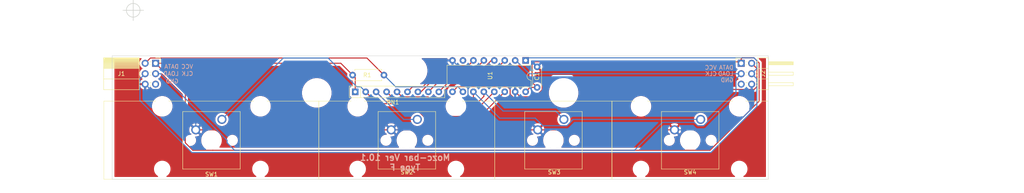
<source format=kicad_pcb>
(kicad_pcb (version 20171130) (host pcbnew 5.1.12)

  (general
    (thickness 1.6)
    (drawings 32)
    (tracks 146)
    (zones 0)
    (modules 25)
    (nets 15)
  )

  (page A4)
  (layers
    (0 F.Cu signal)
    (31 B.Cu signal)
    (32 B.Adhes user)
    (33 F.Adhes user)
    (34 B.Paste user)
    (35 F.Paste user)
    (36 B.SilkS user)
    (37 F.SilkS user)
    (38 B.Mask user)
    (39 F.Mask user)
    (40 Dwgs.User user)
    (41 Cmts.User user)
    (42 Eco1.User user)
    (43 Eco2.User user)
    (44 Edge.Cuts user)
    (45 Margin user)
    (46 B.CrtYd user)
    (47 F.CrtYd user)
    (48 B.Fab user)
    (49 F.Fab user)
  )

  (setup
    (last_trace_width 0.25)
    (user_trace_width 0.2)
    (trace_clearance 0.3)
    (zone_clearance 0.508)
    (zone_45_only no)
    (trace_min 0.2)
    (via_size 0.6)
    (via_drill 0.4)
    (via_min_size 0.4)
    (via_min_drill 0.3)
    (uvia_size 0.3)
    (uvia_drill 0.1)
    (uvias_allowed no)
    (uvia_min_size 0.2)
    (uvia_min_drill 0.1)
    (edge_width 0.15)
    (segment_width 0.2)
    (pcb_text_width 0.3)
    (pcb_text_size 1.5 1.5)
    (mod_edge_width 0.15)
    (mod_text_size 1 1)
    (mod_text_width 0.15)
    (pad_size 3.2 3.2)
    (pad_drill 3.2)
    (pad_to_mask_clearance 0)
    (solder_mask_min_width 0.25)
    (aux_axis_origin 33 54)
    (visible_elements 7FFFEFFF)
    (pcbplotparams
      (layerselection 0x010fc_ffffffff)
      (usegerberextensions true)
      (usegerberattributes false)
      (usegerberadvancedattributes false)
      (creategerberjobfile false)
      (excludeedgelayer true)
      (linewidth 0.100000)
      (plotframeref false)
      (viasonmask false)
      (mode 1)
      (useauxorigin false)
      (hpglpennumber 1)
      (hpglpenspeed 20)
      (hpglpendiameter 15.000000)
      (psnegative false)
      (psa4output false)
      (plotreference true)
      (plotvalue true)
      (plotinvisibletext false)
      (padsonsilk false)
      (subtractmaskfromsilk false)
      (outputformat 1)
      (mirror false)
      (drillshape 0)
      (scaleselection 1)
      (outputdirectory "gerber/"))
  )

  (net 0 "")
  (net 1 VCC)
  (net 2 GND)
  (net 3 SW1)
  (net 4 SW2)
  (net 5 SW3)
  (net 6 SW4)
  (net 7 SW5)
  (net 8 SW6)
  (net 9 SW7)
  (net 10 SW8)
  (net 11 /DATA_IN)
  (net 12 /DATA_OUT)
  (net 13 /CLK_IN)
  (net 14 /LOAD_IN)

  (net_class Default "これは標準のネット クラスです。"
    (clearance 0.3)
    (trace_width 0.25)
    (via_dia 0.6)
    (via_drill 0.4)
    (uvia_dia 0.3)
    (uvia_drill 0.1)
    (add_net /CLK_IN)
    (add_net /DATA_IN)
    (add_net /DATA_OUT)
    (add_net /LOAD_IN)
    (add_net SW1)
    (add_net SW2)
    (add_net SW3)
    (add_net SW4)
    (add_net SW5)
    (add_net SW6)
    (add_net SW7)
    (add_net SW8)
  )

  (net_class "power line" ""
    (clearance 0.3)
    (trace_width 0.25)
    (via_dia 0.6)
    (via_drill 0.4)
    (uvia_dia 0.3)
    (uvia_drill 0.1)
    (add_net GND)
    (add_net VCC)
  )

  (module MountingHole:MountingHole_3.2mm_M3 (layer F.Cu) (tedit 62D43138) (tstamp 62D4315B)
    (at 130 69)
    (descr "Mounting Hole 3.2mm, no annular, M3")
    (tags "mounting hole 3.2mm no annular m3")
    (path /618CEE47)
    (attr virtual)
    (fp_text reference H102 (at 0 -4.2) (layer F.SilkS) hide
      (effects (font (size 1 1) (thickness 0.15)))
    )
    (fp_text value MountingHole (at 0 4.2) (layer F.Fab)
      (effects (font (size 1 1) (thickness 0.15)))
    )
    (fp_circle (center 0 0) (end 3.2 0) (layer Cmts.User) (width 0.15))
    (fp_circle (center 0 0) (end 3.45 0) (layer F.CrtYd) (width 0.05))
    (fp_text user %R (at 0.3 0) (layer F.Fab)
      (effects (font (size 1 1) (thickness 0.15)))
    )
    (pad "" np_thru_hole circle (at 0 0) (size 3.2 3.2) (drill 3.2) (layers *.Cu *.Mask)
      (clearance 2))
  )

  (module MountingHole:MountingHole_3.2mm_M3 (layer F.Cu) (tedit 62D4312C) (tstamp 62D4315B)
    (at 70 69)
    (descr "Mounting Hole 3.2mm, no annular, M3")
    (tags "mounting hole 3.2mm no annular m3")
    (path /618CEE47)
    (attr virtual)
    (fp_text reference H101 (at 0 -4.2) (layer F.SilkS) hide
      (effects (font (size 1 1) (thickness 0.15)))
    )
    (fp_text value MountingHole (at 0 4.2) (layer F.Fab)
      (effects (font (size 1 1) (thickness 0.15)))
    )
    (fp_circle (center 0 0) (end 3.2 0) (layer Cmts.User) (width 0.15))
    (fp_circle (center 0 0) (end 3.45 0) (layer F.CrtYd) (width 0.05))
    (fp_text user %R (at 0.3 0) (layer F.Fab)
      (effects (font (size 1 1) (thickness 0.15)))
    )
    (pad "" np_thru_hole circle (at 0 0) (size 3.2 3.2) (drill 3.2) (layers *.Cu *.Mask)
      (clearance 2))
  )

  (module Package_DIP:DIP-16_W7.62mm (layer F.Cu) (tedit 5A02E8C5) (tstamp 618C4ABA)
    (at 120.77 61.11 270)
    (descr "16-lead though-hole mounted DIP package, row spacing 7.62 mm (300 mils)")
    (tags "THT DIP DIL PDIP 2.54mm 7.62mm 300mil")
    (path /5FB03AD0)
    (fp_text reference U1 (at 3.683 8.636 90) (layer F.SilkS)
      (effects (font (size 1 1) (thickness 0.15)))
    )
    (fp_text value 74HC165 (at 3.81 20.11 90) (layer F.Fab)
      (effects (font (size 1 1) (thickness 0.15)))
    )
    (fp_line (start 8.7 -1.55) (end -1.1 -1.55) (layer F.CrtYd) (width 0.05))
    (fp_line (start 8.7 19.3) (end 8.7 -1.55) (layer F.CrtYd) (width 0.05))
    (fp_line (start -1.1 19.3) (end 8.7 19.3) (layer F.CrtYd) (width 0.05))
    (fp_line (start -1.1 -1.55) (end -1.1 19.3) (layer F.CrtYd) (width 0.05))
    (fp_line (start 6.46 -1.33) (end 4.81 -1.33) (layer F.SilkS) (width 0.12))
    (fp_line (start 6.46 19.11) (end 6.46 -1.33) (layer F.SilkS) (width 0.12))
    (fp_line (start 1.16 19.11) (end 6.46 19.11) (layer F.SilkS) (width 0.12))
    (fp_line (start 1.16 -1.33) (end 1.16 19.11) (layer F.SilkS) (width 0.12))
    (fp_line (start 2.81 -1.33) (end 1.16 -1.33) (layer F.SilkS) (width 0.12))
    (fp_line (start 0.635 -0.27) (end 1.635 -1.27) (layer F.Fab) (width 0.1))
    (fp_line (start 0.635 19.05) (end 0.635 -0.27) (layer F.Fab) (width 0.1))
    (fp_line (start 6.985 19.05) (end 0.635 19.05) (layer F.Fab) (width 0.1))
    (fp_line (start 6.985 -1.27) (end 6.985 19.05) (layer F.Fab) (width 0.1))
    (fp_line (start 1.635 -1.27) (end 6.985 -1.27) (layer F.Fab) (width 0.1))
    (fp_arc (start 3.81 -1.33) (end 2.81 -1.33) (angle -180) (layer F.SilkS) (width 0.12))
    (fp_text user %R (at 3.81 8.89 90) (layer F.Fab)
      (effects (font (size 1 1) (thickness 0.15)))
    )
    (pad 1 thru_hole rect (at 0 0 270) (size 1.6 1.6) (drill 0.8) (layers *.Cu *.Mask)
      (net 14 /LOAD_IN))
    (pad 9 thru_hole oval (at 7.62 17.78 270) (size 1.6 1.6) (drill 0.8) (layers *.Cu *.Mask)
      (net 12 /DATA_OUT))
    (pad 2 thru_hole oval (at 0 2.54 270) (size 1.6 1.6) (drill 0.8) (layers *.Cu *.Mask)
      (net 13 /CLK_IN))
    (pad 10 thru_hole oval (at 7.62 15.24 270) (size 1.6 1.6) (drill 0.8) (layers *.Cu *.Mask)
      (net 11 /DATA_IN))
    (pad 3 thru_hole oval (at 0 5.08 270) (size 1.6 1.6) (drill 0.8) (layers *.Cu *.Mask)
      (net 7 SW5))
    (pad 11 thru_hole oval (at 7.62 12.7 270) (size 1.6 1.6) (drill 0.8) (layers *.Cu *.Mask)
      (net 3 SW1))
    (pad 4 thru_hole oval (at 0 7.62 270) (size 1.6 1.6) (drill 0.8) (layers *.Cu *.Mask)
      (net 8 SW6))
    (pad 12 thru_hole oval (at 7.62 10.16 270) (size 1.6 1.6) (drill 0.8) (layers *.Cu *.Mask)
      (net 4 SW2))
    (pad 5 thru_hole oval (at 0 10.16 270) (size 1.6 1.6) (drill 0.8) (layers *.Cu *.Mask)
      (net 9 SW7))
    (pad 13 thru_hole oval (at 7.62 7.62 270) (size 1.6 1.6) (drill 0.8) (layers *.Cu *.Mask)
      (net 5 SW3))
    (pad 6 thru_hole oval (at 0 12.7 270) (size 1.6 1.6) (drill 0.8) (layers *.Cu *.Mask)
      (net 10 SW8))
    (pad 14 thru_hole oval (at 7.62 5.08 270) (size 1.6 1.6) (drill 0.8) (layers *.Cu *.Mask)
      (net 6 SW4))
    (pad 7 thru_hole oval (at 0 15.24 270) (size 1.6 1.6) (drill 0.8) (layers *.Cu *.Mask))
    (pad 15 thru_hole oval (at 7.62 2.54 270) (size 1.6 1.6) (drill 0.8) (layers *.Cu *.Mask)
      (net 2 GND))
    (pad 8 thru_hole oval (at 0 17.78 270) (size 1.6 1.6) (drill 0.8) (layers *.Cu *.Mask)
      (net 2 GND))
    (pad 16 thru_hole oval (at 7.62 0 270) (size 1.6 1.6) (drill 0.8) (layers *.Cu *.Mask)
      (net 1 VCC))
    (model ${KISYS3DMOD}/Package_DIP.3dshapes/DIP-16_W7.62mm.wrl
      (at (xyz 0 0 0))
      (scale (xyz 1 1 1))
      (rotate (xyz 0 0 0))
    )
  )

  (module Button_Switch_Keyboard:SW_Cherry_MX_1.00u_PCB (layer F.Cu) (tedit 5A02FE24) (tstamp 618C4A2E)
    (at 163.315 75.445)
    (descr "Cherry MX keyswitch, 1.00u, PCB mount, http://cherryamericas.com/wp-content/uploads/2014/12/mx_cat.pdf")
    (tags "Cherry MX keyswitch 1.00u PCB")
    (path /5FC02175)
    (fp_text reference SW4 (at -2.55 12.845) (layer F.SilkS)
      (effects (font (size 1 1) (thickness 0.15)))
    )
    (fp_text value SW_Push (at -2.54 12.954) (layer F.Fab)
      (effects (font (size 1 1) (thickness 0.15)))
    )
    (fp_line (start -9.525 12.065) (end -9.525 -1.905) (layer F.SilkS) (width 0.12))
    (fp_line (start 4.445 12.065) (end -9.525 12.065) (layer F.SilkS) (width 0.12))
    (fp_line (start 4.445 -1.905) (end 4.445 12.065) (layer F.SilkS) (width 0.12))
    (fp_line (start -9.525 -1.905) (end 4.445 -1.905) (layer F.SilkS) (width 0.12))
    (fp_line (start -12.065 14.605) (end -12.065 -4.445) (layer Dwgs.User) (width 0.15))
    (fp_line (start 6.985 14.605) (end -12.065 14.605) (layer Dwgs.User) (width 0.15))
    (fp_line (start 6.985 -4.445) (end 6.985 14.605) (layer Dwgs.User) (width 0.15))
    (fp_line (start -12.065 -4.445) (end 6.985 -4.445) (layer Dwgs.User) (width 0.15))
    (fp_line (start -9.14 -1.52) (end 4.06 -1.52) (layer F.CrtYd) (width 0.05))
    (fp_line (start 4.06 -1.52) (end 4.06 11.68) (layer F.CrtYd) (width 0.05))
    (fp_line (start 4.06 11.68) (end -9.14 11.68) (layer F.CrtYd) (width 0.05))
    (fp_line (start -9.14 11.68) (end -9.14 -1.52) (layer F.CrtYd) (width 0.05))
    (fp_line (start -8.89 11.43) (end -8.89 -1.27) (layer F.Fab) (width 0.1))
    (fp_line (start 3.81 11.43) (end -8.89 11.43) (layer F.Fab) (width 0.1))
    (fp_line (start 3.81 -1.27) (end 3.81 11.43) (layer F.Fab) (width 0.1))
    (fp_line (start -8.89 -1.27) (end 3.81 -1.27) (layer F.Fab) (width 0.1))
    (fp_text user %R (at -2.54 -2.794) (layer F.Fab)
      (effects (font (size 1 1) (thickness 0.15)))
    )
    (pad 1 thru_hole circle (at 0 0) (size 2.2 2.2) (drill 1.5) (layers *.Cu *.Mask)
      (net 3 SW1))
    (pad 2 thru_hole circle (at -6.35 2.54) (size 2.2 2.2) (drill 1.5) (layers *.Cu *.Mask)
      (net 2 GND))
    (pad "" np_thru_hole circle (at -2.54 5.08) (size 4 4) (drill 4) (layers *.Cu *.Mask))
    (pad "" np_thru_hole circle (at -7.62 5.08) (size 1.7 1.7) (drill 1.7) (layers *.Cu *.Mask))
    (pad "" np_thru_hole circle (at 2.54 5.08) (size 1.7 1.7) (drill 1.7) (layers *.Cu *.Mask))
    (model ${KISYS3DMOD}/Button_Switch_Keyboard.3dshapes/SW_Cherry_MX_1.00u_PCB.wrl
      (at (xyz 0 0 0))
      (scale (xyz 1 1 1))
      (rotate (xyz 0 0 0))
    )
  )

  (module Capacitor_THT:C_Disc_D4.3mm_W1.9mm_P5.00mm (layer F.Cu) (tedit 5AE50EF0) (tstamp 618C4860)
    (at 123.56 67.67 90)
    (descr "C, Disc series, Radial, pin pitch=5.00mm, , diameter*width=4.3*1.9mm^2, Capacitor, http://www.vishay.com/docs/45233/krseries.pdf")
    (tags "C Disc series Radial pin pitch 5.00mm  diameter 4.3mm width 1.9mm Capacitor")
    (path /5F9B0C77)
    (fp_text reference C1 (at 2.668 -0.038 90) (layer F.SilkS)
      (effects (font (size 1 1) (thickness 0.15)))
    )
    (fp_text value C (at 2.5 2.2 90) (layer F.Fab)
      (effects (font (size 1 1) (thickness 0.15)))
    )
    (fp_line (start 6.05 -1.2) (end -1.05 -1.2) (layer F.CrtYd) (width 0.05))
    (fp_line (start 6.05 1.2) (end 6.05 -1.2) (layer F.CrtYd) (width 0.05))
    (fp_line (start -1.05 1.2) (end 6.05 1.2) (layer F.CrtYd) (width 0.05))
    (fp_line (start -1.05 -1.2) (end -1.05 1.2) (layer F.CrtYd) (width 0.05))
    (fp_line (start 4.77 1.055) (end 4.77 1.07) (layer F.SilkS) (width 0.12))
    (fp_line (start 4.77 -1.07) (end 4.77 -1.055) (layer F.SilkS) (width 0.12))
    (fp_line (start 0.23 1.055) (end 0.23 1.07) (layer F.SilkS) (width 0.12))
    (fp_line (start 0.23 -1.07) (end 0.23 -1.055) (layer F.SilkS) (width 0.12))
    (fp_line (start 0.23 1.07) (end 4.77 1.07) (layer F.SilkS) (width 0.12))
    (fp_line (start 0.23 -1.07) (end 4.77 -1.07) (layer F.SilkS) (width 0.12))
    (fp_line (start 4.65 -0.95) (end 0.35 -0.95) (layer F.Fab) (width 0.1))
    (fp_line (start 4.65 0.95) (end 4.65 -0.95) (layer F.Fab) (width 0.1))
    (fp_line (start 0.35 0.95) (end 4.65 0.95) (layer F.Fab) (width 0.1))
    (fp_line (start 0.35 -0.95) (end 0.35 0.95) (layer F.Fab) (width 0.1))
    (fp_text user %R (at 2.5 0 90) (layer F.Fab)
      (effects (font (size 0.86 0.86) (thickness 0.129)))
    )
    (pad 1 thru_hole circle (at 0 0 90) (size 1.6 1.6) (drill 0.8) (layers *.Cu *.Mask)
      (net 1 VCC))
    (pad 2 thru_hole circle (at 5 0 90) (size 1.6 1.6) (drill 0.8) (layers *.Cu *.Mask)
      (net 2 GND))
    (model ${KISYS3DMOD}/Capacitor_THT.3dshapes/C_Disc_D4.3mm_W1.9mm_P5.00mm.wrl
      (at (xyz 0 0 0))
      (scale (xyz 1 1 1))
      (rotate (xyz 0 0 0))
    )
  )

  (module Resistor_THT:R_Axial_DIN0207_L6.3mm_D2.5mm_P7.62mm_Horizontal (layer F.Cu) (tedit 5AE5139B) (tstamp 618C497C)
    (at 86.32952 64.6684 180)
    (descr "Resistor, Axial_DIN0207 series, Axial, Horizontal, pin pitch=7.62mm, 0.25W = 1/4W, length*diameter=6.3*2.5mm^2, http://cdn-reichelt.de/documents/datenblatt/B400/1_4W%23YAG.pdf")
    (tags "Resistor Axial_DIN0207 series Axial Horizontal pin pitch 7.62mm 0.25W = 1/4W length 6.3mm diameter 2.5mm")
    (path /5FBC6DCE)
    (fp_text reference R1 (at 4.064 0 180) (layer F.SilkS)
      (effects (font (size 1 1) (thickness 0.15)))
    )
    (fp_text value 100k (at 3.81 2.37 180) (layer F.Fab)
      (effects (font (size 1 1) (thickness 0.15)))
    )
    (fp_line (start 8.67 -1.5) (end -1.05 -1.5) (layer F.CrtYd) (width 0.05))
    (fp_line (start 8.67 1.5) (end 8.67 -1.5) (layer F.CrtYd) (width 0.05))
    (fp_line (start -1.05 1.5) (end 8.67 1.5) (layer F.CrtYd) (width 0.05))
    (fp_line (start -1.05 -1.5) (end -1.05 1.5) (layer F.CrtYd) (width 0.05))
    (fp_line (start 7.08 1.37) (end 7.08 1.04) (layer F.SilkS) (width 0.12))
    (fp_line (start 0.54 1.37) (end 7.08 1.37) (layer F.SilkS) (width 0.12))
    (fp_line (start 0.54 1.04) (end 0.54 1.37) (layer F.SilkS) (width 0.12))
    (fp_line (start 7.08 -1.37) (end 7.08 -1.04) (layer F.SilkS) (width 0.12))
    (fp_line (start 0.54 -1.37) (end 7.08 -1.37) (layer F.SilkS) (width 0.12))
    (fp_line (start 0.54 -1.04) (end 0.54 -1.37) (layer F.SilkS) (width 0.12))
    (fp_line (start 7.62 0) (end 6.96 0) (layer F.Fab) (width 0.1))
    (fp_line (start 0 0) (end 0.66 0) (layer F.Fab) (width 0.1))
    (fp_line (start 6.96 -1.25) (end 0.66 -1.25) (layer F.Fab) (width 0.1))
    (fp_line (start 6.96 1.25) (end 6.96 -1.25) (layer F.Fab) (width 0.1))
    (fp_line (start 0.66 1.25) (end 6.96 1.25) (layer F.Fab) (width 0.1))
    (fp_line (start 0.66 -1.25) (end 0.66 1.25) (layer F.Fab) (width 0.1))
    (fp_text user %R (at 3.81 0 180) (layer F.Fab)
      (effects (font (size 1 1) (thickness 0.15)))
    )
    (pad 1 thru_hole circle (at 0 0 180) (size 1.6 1.6) (drill 0.8) (layers *.Cu *.Mask)
      (net 11 /DATA_IN))
    (pad 2 thru_hole oval (at 7.62 0 180) (size 1.6 1.6) (drill 0.8) (layers *.Cu *.Mask)
      (net 1 VCC))
    (model ${KISYS3DMOD}/Resistor_THT.3dshapes/R_Axial_DIN0207_L6.3mm_D2.5mm_P7.62mm_Horizontal.wrl
      (at (xyz 0 0 0))
      (scale (xyz 1 1 1))
      (rotate (xyz 0 0 0))
    )
  )

  (module Resistor_THT:R_Array_SIP9 (layer F.Cu) (tedit 5A14249F) (tstamp 618C49C6)
    (at 79.34706 68.7451)
    (descr "9-pin Resistor SIP pack")
    (tags R)
    (path /5FC139AE)
    (fp_text reference RN1 (at 9.144 2.54) (layer F.SilkS)
      (effects (font (size 1 1) (thickness 0.15)))
    )
    (fp_text value 100k (at 11.43 3.708) (layer F.Fab)
      (effects (font (size 1 1) (thickness 0.15)))
    )
    (fp_line (start 22.05 -1.65) (end -1.7 -1.65) (layer F.CrtYd) (width 0.05))
    (fp_line (start 22.05 1.65) (end 22.05 -1.65) (layer F.CrtYd) (width 0.05))
    (fp_line (start -1.7 1.65) (end 22.05 1.65) (layer F.CrtYd) (width 0.05))
    (fp_line (start -1.7 -1.65) (end -1.7 1.65) (layer F.CrtYd) (width 0.05))
    (fp_line (start 1.27 -1.4) (end 1.27 1.4) (layer F.SilkS) (width 0.12))
    (fp_line (start 21.76 -1.4) (end -1.44 -1.4) (layer F.SilkS) (width 0.12))
    (fp_line (start 21.76 1.4) (end 21.76 -1.4) (layer F.SilkS) (width 0.12))
    (fp_line (start -1.44 1.4) (end 21.76 1.4) (layer F.SilkS) (width 0.12))
    (fp_line (start -1.44 -1.4) (end -1.44 1.4) (layer F.SilkS) (width 0.12))
    (fp_line (start 1.27 -1.25) (end 1.27 1.25) (layer F.Fab) (width 0.1))
    (fp_line (start 21.61 -1.25) (end -1.29 -1.25) (layer F.Fab) (width 0.1))
    (fp_line (start 21.61 1.25) (end 21.61 -1.25) (layer F.Fab) (width 0.1))
    (fp_line (start -1.29 1.25) (end 21.61 1.25) (layer F.Fab) (width 0.1))
    (fp_line (start -1.29 -1.25) (end -1.29 1.25) (layer F.Fab) (width 0.1))
    (fp_text user %R (at 10.16 0) (layer F.Fab)
      (effects (font (size 1 1) (thickness 0.15)))
    )
    (pad 1 thru_hole rect (at 0 0) (size 1.6 1.6) (drill 0.8) (layers *.Cu *.Mask)
      (net 1 VCC))
    (pad 2 thru_hole oval (at 2.54 0) (size 1.6 1.6) (drill 0.8) (layers *.Cu *.Mask)
      (net 6 SW4))
    (pad 3 thru_hole oval (at 5.08 0) (size 1.6 1.6) (drill 0.8) (layers *.Cu *.Mask)
      (net 5 SW3))
    (pad 4 thru_hole oval (at 7.62 0) (size 1.6 1.6) (drill 0.8) (layers *.Cu *.Mask)
      (net 4 SW2))
    (pad 5 thru_hole oval (at 10.16 0) (size 1.6 1.6) (drill 0.8) (layers *.Cu *.Mask)
      (net 3 SW1))
    (pad 6 thru_hole oval (at 12.7 0) (size 1.6 1.6) (drill 0.8) (layers *.Cu *.Mask)
      (net 10 SW8))
    (pad 7 thru_hole oval (at 15.24 0) (size 1.6 1.6) (drill 0.8) (layers *.Cu *.Mask)
      (net 9 SW7))
    (pad 8 thru_hole oval (at 17.78 0) (size 1.6 1.6) (drill 0.8) (layers *.Cu *.Mask)
      (net 8 SW6))
    (pad 9 thru_hole oval (at 20.32 0) (size 1.6 1.6) (drill 0.8) (layers *.Cu *.Mask)
      (net 7 SW5))
    (model ${KISYS3DMOD}/Resistor_THT.3dshapes/R_Array_SIP9.wrl
      (at (xyz 0 0 0))
      (scale (xyz 1 1 1))
      (rotate (xyz 0 0 0))
    )
  )

  (module Button_Switch_Keyboard:SW_Cherry_MX_1.00u_PCB (layer F.Cu) (tedit 5A02FE24) (tstamp 618C49E0)
    (at 46.94 75.445)
    (descr "Cherry MX keyswitch, 1.00u, PCB mount, http://cherryamericas.com/wp-content/uploads/2014/12/mx_cat.pdf")
    (tags "Cherry MX keyswitch 1.00u PCB")
    (path /5FC00348)
    (fp_text reference SW1 (at -2.54 13.353) (layer F.SilkS)
      (effects (font (size 1 1) (thickness 0.15)))
    )
    (fp_text value SW_Push (at -2.54 12.954) (layer F.Fab)
      (effects (font (size 1 1) (thickness 0.15)))
    )
    (fp_line (start -8.89 -1.27) (end 3.81 -1.27) (layer F.Fab) (width 0.1))
    (fp_line (start 3.81 -1.27) (end 3.81 11.43) (layer F.Fab) (width 0.1))
    (fp_line (start 3.81 11.43) (end -8.89 11.43) (layer F.Fab) (width 0.1))
    (fp_line (start -8.89 11.43) (end -8.89 -1.27) (layer F.Fab) (width 0.1))
    (fp_line (start -9.14 11.68) (end -9.14 -1.52) (layer F.CrtYd) (width 0.05))
    (fp_line (start 4.06 11.68) (end -9.14 11.68) (layer F.CrtYd) (width 0.05))
    (fp_line (start 4.06 -1.52) (end 4.06 11.68) (layer F.CrtYd) (width 0.05))
    (fp_line (start -9.14 -1.52) (end 4.06 -1.52) (layer F.CrtYd) (width 0.05))
    (fp_line (start -12.065 -4.445) (end 6.985 -4.445) (layer Dwgs.User) (width 0.15))
    (fp_line (start 6.985 -4.445) (end 6.985 14.605) (layer Dwgs.User) (width 0.15))
    (fp_line (start 6.985 14.605) (end -12.065 14.605) (layer Dwgs.User) (width 0.15))
    (fp_line (start -12.065 14.605) (end -12.065 -4.445) (layer Dwgs.User) (width 0.15))
    (fp_line (start -9.525 -1.905) (end 4.445 -1.905) (layer F.SilkS) (width 0.12))
    (fp_line (start 4.445 -1.905) (end 4.445 12.065) (layer F.SilkS) (width 0.12))
    (fp_line (start 4.445 12.065) (end -9.525 12.065) (layer F.SilkS) (width 0.12))
    (fp_line (start -9.525 12.065) (end -9.525 -1.905) (layer F.SilkS) (width 0.12))
    (fp_text user %R (at -2.54 -2.794) (layer F.Fab)
      (effects (font (size 1 1) (thickness 0.15)))
    )
    (pad "" np_thru_hole circle (at 2.54 5.08) (size 1.7 1.7) (drill 1.7) (layers *.Cu *.Mask))
    (pad "" np_thru_hole circle (at -7.62 5.08) (size 1.7 1.7) (drill 1.7) (layers *.Cu *.Mask))
    (pad "" np_thru_hole circle (at -2.54 5.08) (size 4 4) (drill 4) (layers *.Cu *.Mask))
    (pad 2 thru_hole circle (at -6.35 2.54) (size 2.2 2.2) (drill 1.5) (layers *.Cu *.Mask)
      (net 2 GND))
    (pad 1 thru_hole circle (at 0 0) (size 2.2 2.2) (drill 1.5) (layers *.Cu *.Mask)
      (net 6 SW4))
    (model ${KISYS3DMOD}/Button_Switch_Keyboard.3dshapes/SW_Cherry_MX_1.00u_PCB.wrl
      (at (xyz 0 0 0))
      (scale (xyz 1 1 1))
      (rotate (xyz 0 0 0))
    )
  )

  (module Button_Switch_Keyboard:SW_Cherry_MX_1.00u_PCB (layer F.Cu) (tedit 5A02FE24) (tstamp 618C49FA)
    (at 94.44 75.445)
    (descr "Cherry MX keyswitch, 1.00u, PCB mount, http://cherryamericas.com/wp-content/uploads/2014/12/mx_cat.pdf")
    (tags "Cherry MX keyswitch 1.00u PCB")
    (path /5FC01AC9)
    (fp_text reference SW2 (at -2.54 12.845) (layer F.SilkS)
      (effects (font (size 1 1) (thickness 0.15)))
    )
    (fp_text value SW_Push (at -2.54 12.954) (layer F.Fab)
      (effects (font (size 1 1) (thickness 0.15)))
    )
    (fp_line (start -9.525 12.065) (end -9.525 -1.905) (layer F.SilkS) (width 0.12))
    (fp_line (start 4.445 12.065) (end -9.525 12.065) (layer F.SilkS) (width 0.12))
    (fp_line (start 4.445 -1.905) (end 4.445 12.065) (layer F.SilkS) (width 0.12))
    (fp_line (start -9.525 -1.905) (end 4.445 -1.905) (layer F.SilkS) (width 0.12))
    (fp_line (start -12.065 14.605) (end -12.065 -4.445) (layer Dwgs.User) (width 0.15))
    (fp_line (start 6.985 14.605) (end -12.065 14.605) (layer Dwgs.User) (width 0.15))
    (fp_line (start 6.985 -4.445) (end 6.985 14.605) (layer Dwgs.User) (width 0.15))
    (fp_line (start -12.065 -4.445) (end 6.985 -4.445) (layer Dwgs.User) (width 0.15))
    (fp_line (start -9.14 -1.52) (end 4.06 -1.52) (layer F.CrtYd) (width 0.05))
    (fp_line (start 4.06 -1.52) (end 4.06 11.68) (layer F.CrtYd) (width 0.05))
    (fp_line (start 4.06 11.68) (end -9.14 11.68) (layer F.CrtYd) (width 0.05))
    (fp_line (start -9.14 11.68) (end -9.14 -1.52) (layer F.CrtYd) (width 0.05))
    (fp_line (start -8.89 11.43) (end -8.89 -1.27) (layer F.Fab) (width 0.1))
    (fp_line (start 3.81 11.43) (end -8.89 11.43) (layer F.Fab) (width 0.1))
    (fp_line (start 3.81 -1.27) (end 3.81 11.43) (layer F.Fab) (width 0.1))
    (fp_line (start -8.89 -1.27) (end 3.81 -1.27) (layer F.Fab) (width 0.1))
    (fp_text user %R (at -2.54 -2.794) (layer F.Fab)
      (effects (font (size 1 1) (thickness 0.15)))
    )
    (pad 1 thru_hole circle (at 0 0) (size 2.2 2.2) (drill 1.5) (layers *.Cu *.Mask)
      (net 5 SW3))
    (pad 2 thru_hole circle (at -6.35 2.54) (size 2.2 2.2) (drill 1.5) (layers *.Cu *.Mask)
      (net 2 GND))
    (pad "" np_thru_hole circle (at -2.54 5.08) (size 4 4) (drill 4) (layers *.Cu *.Mask))
    (pad "" np_thru_hole circle (at -7.62 5.08) (size 1.7 1.7) (drill 1.7) (layers *.Cu *.Mask))
    (pad "" np_thru_hole circle (at 2.54 5.08) (size 1.7 1.7) (drill 1.7) (layers *.Cu *.Mask))
    (model ${KISYS3DMOD}/Button_Switch_Keyboard.3dshapes/SW_Cherry_MX_1.00u_PCB.wrl
      (at (xyz 0 0 0))
      (scale (xyz 1 1 1))
      (rotate (xyz 0 0 0))
    )
  )

  (module Button_Switch_Keyboard:SW_Cherry_MX_1.00u_PCB (layer F.Cu) (tedit 5A02FE24) (tstamp 618C4A14)
    (at 130.065 75.445)
    (descr "Cherry MX keyswitch, 1.00u, PCB mount, http://cherryamericas.com/wp-content/uploads/2014/12/mx_cat.pdf")
    (tags "Cherry MX keyswitch 1.00u PCB")
    (path /5FC01D44)
    (fp_text reference SW3 (at -2.346 12.845) (layer F.SilkS)
      (effects (font (size 1 1) (thickness 0.15)))
    )
    (fp_text value SW_Push (at -2.54 12.954) (layer F.Fab)
      (effects (font (size 1 1) (thickness 0.15)))
    )
    (fp_line (start -8.89 -1.27) (end 3.81 -1.27) (layer F.Fab) (width 0.1))
    (fp_line (start 3.81 -1.27) (end 3.81 11.43) (layer F.Fab) (width 0.1))
    (fp_line (start 3.81 11.43) (end -8.89 11.43) (layer F.Fab) (width 0.1))
    (fp_line (start -8.89 11.43) (end -8.89 -1.27) (layer F.Fab) (width 0.1))
    (fp_line (start -9.14 11.68) (end -9.14 -1.52) (layer F.CrtYd) (width 0.05))
    (fp_line (start 4.06 11.68) (end -9.14 11.68) (layer F.CrtYd) (width 0.05))
    (fp_line (start 4.06 -1.52) (end 4.06 11.68) (layer F.CrtYd) (width 0.05))
    (fp_line (start -9.14 -1.52) (end 4.06 -1.52) (layer F.CrtYd) (width 0.05))
    (fp_line (start -12.065 -4.445) (end 6.985 -4.445) (layer Dwgs.User) (width 0.15))
    (fp_line (start 6.985 -4.445) (end 6.985 14.605) (layer Dwgs.User) (width 0.15))
    (fp_line (start 6.985 14.605) (end -12.065 14.605) (layer Dwgs.User) (width 0.15))
    (fp_line (start -12.065 14.605) (end -12.065 -4.445) (layer Dwgs.User) (width 0.15))
    (fp_line (start -9.525 -1.905) (end 4.445 -1.905) (layer F.SilkS) (width 0.12))
    (fp_line (start 4.445 -1.905) (end 4.445 12.065) (layer F.SilkS) (width 0.12))
    (fp_line (start 4.445 12.065) (end -9.525 12.065) (layer F.SilkS) (width 0.12))
    (fp_line (start -9.525 12.065) (end -9.525 -1.905) (layer F.SilkS) (width 0.12))
    (fp_text user %R (at -2.54 -2.794) (layer F.Fab)
      (effects (font (size 1 1) (thickness 0.15)))
    )
    (pad "" np_thru_hole circle (at 2.54 5.08) (size 1.7 1.7) (drill 1.7) (layers *.Cu *.Mask))
    (pad "" np_thru_hole circle (at -7.62 5.08) (size 1.7 1.7) (drill 1.7) (layers *.Cu *.Mask))
    (pad "" np_thru_hole circle (at -2.54 5.08) (size 4 4) (drill 4) (layers *.Cu *.Mask))
    (pad 2 thru_hole circle (at -6.35 2.54) (size 2.2 2.2) (drill 1.5) (layers *.Cu *.Mask)
      (net 2 GND))
    (pad 1 thru_hole circle (at 0 0) (size 2.2 2.2) (drill 1.5) (layers *.Cu *.Mask)
      (net 4 SW2))
    (model ${KISYS3DMOD}/Button_Switch_Keyboard.3dshapes/SW_Cherry_MX_1.00u_PCB.wrl
      (at (xyz 0 0 0))
      (scale (xyz 1 1 1))
      (rotate (xyz 0 0 0))
    )
  )

  (module Connector_PinSocket_2.54mm:PinSocket_2x03_P2.54mm_Horizontal (layer F.Cu) (tedit 5A19A431) (tstamp 62CDF02A)
    (at 30.82 61.8)
    (descr "Through hole angled socket strip, 2x03, 2.54mm pitch, 8.51mm socket length, double cols (from Kicad 4.0.7), script generated")
    (tags "Through hole angled socket strip THT 2x03 2.54mm double row")
    (path /5FD9930E)
    (fp_text reference J1 (at -8.31 2.54) (layer F.SilkS)
      (effects (font (size 1 1) (thickness 0.15)))
    )
    (fp_text value Conn_01x06_Female (at -5.65 7.85) (layer F.Fab)
      (effects (font (size 1 1) (thickness 0.15)))
    )
    (fp_line (start -12.57 -1.27) (end -5.03 -1.27) (layer F.Fab) (width 0.1))
    (fp_line (start -5.03 -1.27) (end -4.06 -0.3) (layer F.Fab) (width 0.1))
    (fp_line (start -4.06 -0.3) (end -4.06 6.35) (layer F.Fab) (width 0.1))
    (fp_line (start -4.06 6.35) (end -12.57 6.35) (layer F.Fab) (width 0.1))
    (fp_line (start -12.57 6.35) (end -12.57 -1.27) (layer F.Fab) (width 0.1))
    (fp_line (start 0 -0.3) (end -4.06 -0.3) (layer F.Fab) (width 0.1))
    (fp_line (start -4.06 0.3) (end 0 0.3) (layer F.Fab) (width 0.1))
    (fp_line (start 0 0.3) (end 0 -0.3) (layer F.Fab) (width 0.1))
    (fp_line (start 0 2.24) (end -4.06 2.24) (layer F.Fab) (width 0.1))
    (fp_line (start -4.06 2.84) (end 0 2.84) (layer F.Fab) (width 0.1))
    (fp_line (start 0 2.84) (end 0 2.24) (layer F.Fab) (width 0.1))
    (fp_line (start 0 4.78) (end -4.06 4.78) (layer F.Fab) (width 0.1))
    (fp_line (start -4.06 5.38) (end 0 5.38) (layer F.Fab) (width 0.1))
    (fp_line (start 0 5.38) (end 0 4.78) (layer F.Fab) (width 0.1))
    (fp_line (start -12.63 -1.21) (end -4 -1.21) (layer F.SilkS) (width 0.12))
    (fp_line (start -12.63 -1.091905) (end -4 -1.091905) (layer F.SilkS) (width 0.12))
    (fp_line (start -12.63 -0.97381) (end -4 -0.97381) (layer F.SilkS) (width 0.12))
    (fp_line (start -12.63 -0.855715) (end -4 -0.855715) (layer F.SilkS) (width 0.12))
    (fp_line (start -12.63 -0.73762) (end -4 -0.73762) (layer F.SilkS) (width 0.12))
    (fp_line (start -12.63 -0.619525) (end -4 -0.619525) (layer F.SilkS) (width 0.12))
    (fp_line (start -12.63 -0.50143) (end -4 -0.50143) (layer F.SilkS) (width 0.12))
    (fp_line (start -12.63 -0.383335) (end -4 -0.383335) (layer F.SilkS) (width 0.12))
    (fp_line (start -12.63 -0.26524) (end -4 -0.26524) (layer F.SilkS) (width 0.12))
    (fp_line (start -12.63 -0.147145) (end -4 -0.147145) (layer F.SilkS) (width 0.12))
    (fp_line (start -12.63 -0.02905) (end -4 -0.02905) (layer F.SilkS) (width 0.12))
    (fp_line (start -12.63 0.089045) (end -4 0.089045) (layer F.SilkS) (width 0.12))
    (fp_line (start -12.63 0.20714) (end -4 0.20714) (layer F.SilkS) (width 0.12))
    (fp_line (start -12.63 0.325235) (end -4 0.325235) (layer F.SilkS) (width 0.12))
    (fp_line (start -12.63 0.44333) (end -4 0.44333) (layer F.SilkS) (width 0.12))
    (fp_line (start -12.63 0.561425) (end -4 0.561425) (layer F.SilkS) (width 0.12))
    (fp_line (start -12.63 0.67952) (end -4 0.67952) (layer F.SilkS) (width 0.12))
    (fp_line (start -12.63 0.797615) (end -4 0.797615) (layer F.SilkS) (width 0.12))
    (fp_line (start -12.63 0.91571) (end -4 0.91571) (layer F.SilkS) (width 0.12))
    (fp_line (start -12.63 1.033805) (end -4 1.033805) (layer F.SilkS) (width 0.12))
    (fp_line (start -12.63 1.1519) (end -4 1.1519) (layer F.SilkS) (width 0.12))
    (fp_line (start -4 -0.36) (end -3.59 -0.36) (layer F.SilkS) (width 0.12))
    (fp_line (start -1.49 -0.36) (end -1.11 -0.36) (layer F.SilkS) (width 0.12))
    (fp_line (start -4 0.36) (end -3.59 0.36) (layer F.SilkS) (width 0.12))
    (fp_line (start -1.49 0.36) (end -1.11 0.36) (layer F.SilkS) (width 0.12))
    (fp_line (start -4 2.18) (end -3.59 2.18) (layer F.SilkS) (width 0.12))
    (fp_line (start -1.49 2.18) (end -1.05 2.18) (layer F.SilkS) (width 0.12))
    (fp_line (start -4 2.9) (end -3.59 2.9) (layer F.SilkS) (width 0.12))
    (fp_line (start -1.49 2.9) (end -1.05 2.9) (layer F.SilkS) (width 0.12))
    (fp_line (start -4 4.72) (end -3.59 4.72) (layer F.SilkS) (width 0.12))
    (fp_line (start -1.49 4.72) (end -1.05 4.72) (layer F.SilkS) (width 0.12))
    (fp_line (start -4 5.44) (end -3.59 5.44) (layer F.SilkS) (width 0.12))
    (fp_line (start -1.49 5.44) (end -1.05 5.44) (layer F.SilkS) (width 0.12))
    (fp_line (start -12.63 1.27) (end -4 1.27) (layer F.SilkS) (width 0.12))
    (fp_line (start -12.63 3.81) (end -4 3.81) (layer F.SilkS) (width 0.12))
    (fp_line (start -12.63 -1.33) (end -4 -1.33) (layer F.SilkS) (width 0.12))
    (fp_line (start -4 -1.33) (end -4 6.41) (layer F.SilkS) (width 0.12))
    (fp_line (start -12.63 6.41) (end -4 6.41) (layer F.SilkS) (width 0.12))
    (fp_line (start -12.63 -1.33) (end -12.63 6.41) (layer F.SilkS) (width 0.12))
    (fp_line (start 1.11 -1.33) (end 1.11 0) (layer F.SilkS) (width 0.12))
    (fp_line (start 0 -1.33) (end 1.11 -1.33) (layer F.SilkS) (width 0.12))
    (fp_line (start 1.8 -1.8) (end -13.05 -1.8) (layer F.CrtYd) (width 0.05))
    (fp_line (start -13.05 -1.8) (end -13.05 6.85) (layer F.CrtYd) (width 0.05))
    (fp_line (start -13.05 6.85) (end 1.8 6.85) (layer F.CrtYd) (width 0.05))
    (fp_line (start 1.8 6.85) (end 1.8 -1.8) (layer F.CrtYd) (width 0.05))
    (fp_text user %R (at -8.315 2.54) (layer F.Fab)
      (effects (font (size 1 1) (thickness 0.15)))
    )
    (pad 1 thru_hole rect (at 0 0) (size 1.7 1.7) (drill 1) (layers *.Cu *.Mask)
      (net 1 VCC))
    (pad 2 thru_hole oval (at -2.54 0) (size 1.7 1.7) (drill 1) (layers *.Cu *.Mask)
      (net 11 /DATA_IN))
    (pad 3 thru_hole oval (at 0 2.54) (size 1.7 1.7) (drill 1) (layers *.Cu *.Mask)
      (net 13 /CLK_IN))
    (pad 4 thru_hole oval (at -2.54 2.54) (size 1.7 1.7) (drill 1) (layers *.Cu *.Mask)
      (net 14 /LOAD_IN))
    (pad 5 thru_hole oval (at 0 5.08) (size 1.7 1.7) (drill 1) (layers *.Cu *.Mask))
    (pad 6 thru_hole oval (at -2.54 5.08) (size 1.7 1.7) (drill 1) (layers *.Cu *.Mask)
      (net 2 GND))
    (model ${KISYS3DMOD}/Connector_PinSocket_2.54mm.3dshapes/PinSocket_2x03_P2.54mm_Horizontal.wrl
      (at (xyz 0 0 0))
      (scale (xyz 1 1 1))
      (rotate (xyz 0 0 0))
    )
  )

  (module Connector_PinHeader_2.54mm:PinHeader_2x03_P2.54mm_Horizontal (layer F.Cu) (tedit 59FED5CB) (tstamp 62CDF06F)
    (at 173.17 61.8)
    (descr "Through hole angled pin header, 2x03, 2.54mm pitch, 6mm pin length, double rows")
    (tags "Through hole angled pin header THT 2x03 2.54mm double row")
    (path /5FD981C4)
    (fp_text reference J2 (at 5.26 2.54 90) (layer F.SilkS)
      (effects (font (size 1 1) (thickness 0.15)))
    )
    (fp_text value Conn_01x06_Male (at 5.655 7.35) (layer F.Fab)
      (effects (font (size 1 1) (thickness 0.15)))
    )
    (fp_line (start 4.675 -1.27) (end 6.58 -1.27) (layer F.Fab) (width 0.1))
    (fp_line (start 6.58 -1.27) (end 6.58 6.35) (layer F.Fab) (width 0.1))
    (fp_line (start 6.58 6.35) (end 4.04 6.35) (layer F.Fab) (width 0.1))
    (fp_line (start 4.04 6.35) (end 4.04 -0.635) (layer F.Fab) (width 0.1))
    (fp_line (start 4.04 -0.635) (end 4.675 -1.27) (layer F.Fab) (width 0.1))
    (fp_line (start -0.32 -0.32) (end 4.04 -0.32) (layer F.Fab) (width 0.1))
    (fp_line (start -0.32 -0.32) (end -0.32 0.32) (layer F.Fab) (width 0.1))
    (fp_line (start -0.32 0.32) (end 4.04 0.32) (layer F.Fab) (width 0.1))
    (fp_line (start 6.58 -0.32) (end 12.58 -0.32) (layer F.Fab) (width 0.1))
    (fp_line (start 12.58 -0.32) (end 12.58 0.32) (layer F.Fab) (width 0.1))
    (fp_line (start 6.58 0.32) (end 12.58 0.32) (layer F.Fab) (width 0.1))
    (fp_line (start -0.32 2.22) (end 4.04 2.22) (layer F.Fab) (width 0.1))
    (fp_line (start -0.32 2.22) (end -0.32 2.86) (layer F.Fab) (width 0.1))
    (fp_line (start -0.32 2.86) (end 4.04 2.86) (layer F.Fab) (width 0.1))
    (fp_line (start 6.58 2.22) (end 12.58 2.22) (layer F.Fab) (width 0.1))
    (fp_line (start 12.58 2.22) (end 12.58 2.86) (layer F.Fab) (width 0.1))
    (fp_line (start 6.58 2.86) (end 12.58 2.86) (layer F.Fab) (width 0.1))
    (fp_line (start -0.32 4.76) (end 4.04 4.76) (layer F.Fab) (width 0.1))
    (fp_line (start -0.32 4.76) (end -0.32 5.4) (layer F.Fab) (width 0.1))
    (fp_line (start -0.32 5.4) (end 4.04 5.4) (layer F.Fab) (width 0.1))
    (fp_line (start 6.58 4.76) (end 12.58 4.76) (layer F.Fab) (width 0.1))
    (fp_line (start 12.58 4.76) (end 12.58 5.4) (layer F.Fab) (width 0.1))
    (fp_line (start 6.58 5.4) (end 12.58 5.4) (layer F.Fab) (width 0.1))
    (fp_line (start 3.98 -1.33) (end 3.98 6.41) (layer F.SilkS) (width 0.12))
    (fp_line (start 3.98 6.41) (end 6.64 6.41) (layer F.SilkS) (width 0.12))
    (fp_line (start 6.64 6.41) (end 6.64 -1.33) (layer F.SilkS) (width 0.12))
    (fp_line (start 6.64 -1.33) (end 3.98 -1.33) (layer F.SilkS) (width 0.12))
    (fp_line (start 6.64 -0.38) (end 12.64 -0.38) (layer F.SilkS) (width 0.12))
    (fp_line (start 12.64 -0.38) (end 12.64 0.38) (layer F.SilkS) (width 0.12))
    (fp_line (start 12.64 0.38) (end 6.64 0.38) (layer F.SilkS) (width 0.12))
    (fp_line (start 6.64 -0.32) (end 12.64 -0.32) (layer F.SilkS) (width 0.12))
    (fp_line (start 6.64 -0.2) (end 12.64 -0.2) (layer F.SilkS) (width 0.12))
    (fp_line (start 6.64 -0.08) (end 12.64 -0.08) (layer F.SilkS) (width 0.12))
    (fp_line (start 6.64 0.04) (end 12.64 0.04) (layer F.SilkS) (width 0.12))
    (fp_line (start 6.64 0.16) (end 12.64 0.16) (layer F.SilkS) (width 0.12))
    (fp_line (start 6.64 0.28) (end 12.64 0.28) (layer F.SilkS) (width 0.12))
    (fp_line (start 3.582929 -0.38) (end 3.98 -0.38) (layer F.SilkS) (width 0.12))
    (fp_line (start 3.582929 0.38) (end 3.98 0.38) (layer F.SilkS) (width 0.12))
    (fp_line (start 1.11 -0.38) (end 1.497071 -0.38) (layer F.SilkS) (width 0.12))
    (fp_line (start 1.11 0.38) (end 1.497071 0.38) (layer F.SilkS) (width 0.12))
    (fp_line (start 3.98 1.27) (end 6.64 1.27) (layer F.SilkS) (width 0.12))
    (fp_line (start 6.64 2.16) (end 12.64 2.16) (layer F.SilkS) (width 0.12))
    (fp_line (start 12.64 2.16) (end 12.64 2.92) (layer F.SilkS) (width 0.12))
    (fp_line (start 12.64 2.92) (end 6.64 2.92) (layer F.SilkS) (width 0.12))
    (fp_line (start 3.582929 2.16) (end 3.98 2.16) (layer F.SilkS) (width 0.12))
    (fp_line (start 3.582929 2.92) (end 3.98 2.92) (layer F.SilkS) (width 0.12))
    (fp_line (start 1.042929 2.16) (end 1.497071 2.16) (layer F.SilkS) (width 0.12))
    (fp_line (start 1.042929 2.92) (end 1.497071 2.92) (layer F.SilkS) (width 0.12))
    (fp_line (start 3.98 3.81) (end 6.64 3.81) (layer F.SilkS) (width 0.12))
    (fp_line (start 6.64 4.7) (end 12.64 4.7) (layer F.SilkS) (width 0.12))
    (fp_line (start 12.64 4.7) (end 12.64 5.46) (layer F.SilkS) (width 0.12))
    (fp_line (start 12.64 5.46) (end 6.64 5.46) (layer F.SilkS) (width 0.12))
    (fp_line (start 3.582929 4.7) (end 3.98 4.7) (layer F.SilkS) (width 0.12))
    (fp_line (start 3.582929 5.46) (end 3.98 5.46) (layer F.SilkS) (width 0.12))
    (fp_line (start 1.042929 4.7) (end 1.497071 4.7) (layer F.SilkS) (width 0.12))
    (fp_line (start 1.042929 5.46) (end 1.497071 5.46) (layer F.SilkS) (width 0.12))
    (fp_line (start -1.27 0) (end -1.27 -1.27) (layer F.SilkS) (width 0.12))
    (fp_line (start -1.27 -1.27) (end 0 -1.27) (layer F.SilkS) (width 0.12))
    (fp_line (start -1.8 -1.8) (end -1.8 6.85) (layer F.CrtYd) (width 0.05))
    (fp_line (start -1.8 6.85) (end 13.1 6.85) (layer F.CrtYd) (width 0.05))
    (fp_line (start 13.1 6.85) (end 13.1 -1.8) (layer F.CrtYd) (width 0.05))
    (fp_line (start 13.1 -1.8) (end -1.8 -1.8) (layer F.CrtYd) (width 0.05))
    (fp_text user %R (at 5.31 2.54 90) (layer F.Fab)
      (effects (font (size 1 1) (thickness 0.15)))
    )
    (pad 1 thru_hole rect (at 0 0) (size 1.7 1.7) (drill 1) (layers *.Cu *.Mask)
      (net 1 VCC))
    (pad 2 thru_hole oval (at 2.54 0) (size 1.7 1.7) (drill 1) (layers *.Cu *.Mask)
      (net 12 /DATA_OUT))
    (pad 3 thru_hole oval (at 0 2.54) (size 1.7 1.7) (drill 1) (layers *.Cu *.Mask)
      (net 13 /CLK_IN))
    (pad 4 thru_hole oval (at 2.54 2.54) (size 1.7 1.7) (drill 1) (layers *.Cu *.Mask)
      (net 14 /LOAD_IN))
    (pad 5 thru_hole oval (at 0 5.08) (size 1.7 1.7) (drill 1) (layers *.Cu *.Mask))
    (pad 6 thru_hole oval (at 2.54 5.08) (size 1.7 1.7) (drill 1) (layers *.Cu *.Mask)
      (net 2 GND))
    (model ${KISYS3DMOD}/Connector_PinHeader_2.54mm.3dshapes/PinHeader_2x03_P2.54mm_Horizontal.wrl
      (at (xyz 0 0 0))
      (scale (xyz 1 1 1))
      (rotate (xyz 0 0 0))
    )
  )

  (module holes:4mm (layer F.Cu) (tedit 61876414) (tstamp 62DB6311)
    (at 32.436999 72.26)
    (path /62CF7C5D)
    (fp_text reference H2 (at 0 3) (layer F.SilkS) hide
      (effects (font (size 1 1) (thickness 0.15)))
    )
    (fp_text value MountingHole (at 0 -3) (layer F.Fab)
      (effects (font (size 1 1) (thickness 0.15)))
    )
    (pad "" np_thru_hole circle (at 0 0) (size 4 4) (drill 4) (layers *.Cu *.Mask))
  )

  (module holes:3mm (layer F.Cu) (tedit 61876290) (tstamp 62DB646C)
    (at 32.436999 87.5)
    (path /62CF7C64)
    (fp_text reference H3 (at 0 2.5) (layer F.SilkS) hide
      (effects (font (size 1 1) (thickness 0.15)))
    )
    (fp_text value MountingHole (at 0 -2.5) (layer F.Fab)
      (effects (font (size 1 1) (thickness 0.15)))
    )
    (pad "" np_thru_hole circle (at 0 0) (size 3 3) (drill 3) (layers *.Cu *.Mask))
  )

  (module holes:4mm (layer F.Cu) (tedit 61876414) (tstamp 62DB648A)
    (at 56.313 72.26)
    (path /62CF7C6B)
    (fp_text reference H4 (at 0 3) (layer F.SilkS) hide
      (effects (font (size 1 1) (thickness 0.15)))
    )
    (fp_text value MountingHole (at 0 -3) (layer F.Fab)
      (effects (font (size 1 1) (thickness 0.15)))
    )
    (pad "" np_thru_hole circle (at 0 0) (size 4 4) (drill 4) (layers *.Cu *.Mask))
  )

  (module holes:3mm (layer F.Cu) (tedit 61876290) (tstamp 62DB64B0)
    (at 56.313 87.5)
    (path /62CF7C72)
    (fp_text reference H5 (at 0 2.5) (layer F.SilkS) hide
      (effects (font (size 1 1) (thickness 0.15)))
    )
    (fp_text value MountingHole (at 0 -2.5) (layer F.Fab)
      (effects (font (size 1 1) (thickness 0.15)))
    )
    (pad "" np_thru_hole circle (at 0 0) (size 3 3) (drill 3) (layers *.Cu *.Mask))
  )

  (module holes:4mm (layer F.Cu) (tedit 61876414) (tstamp 62DB6325)
    (at 79.937 72.26)
    (path /62CF2D41)
    (fp_text reference H6 (at 0 3) (layer F.SilkS) hide
      (effects (font (size 1 1) (thickness 0.15)))
    )
    (fp_text value MountingHole (at 0 -3) (layer F.Fab)
      (effects (font (size 1 1) (thickness 0.15)))
    )
    (pad "" np_thru_hole circle (at 0 0) (size 4 4) (drill 4) (layers *.Cu *.Mask))
  )

  (module holes:3mm (layer F.Cu) (tedit 61876290) (tstamp 62DB632A)
    (at 79.937 87.5)
    (path /62CF2DD5)
    (fp_text reference H7 (at 0 2.5) (layer F.SilkS) hide
      (effects (font (size 1 1) (thickness 0.15)))
    )
    (fp_text value MountingHole (at 0 -2.5) (layer F.Fab)
      (effects (font (size 1 1) (thickness 0.15)))
    )
    (pad "" np_thru_hole circle (at 0 0) (size 3 3) (drill 3) (layers *.Cu *.Mask))
  )

  (module holes:4mm (layer F.Cu) (tedit 61876414) (tstamp 62DB632F)
    (at 103.813 72.26)
    (path /62CF2E34)
    (fp_text reference H8 (at 0 3) (layer F.SilkS) hide
      (effects (font (size 1 1) (thickness 0.15)))
    )
    (fp_text value MountingHole (at 0 -3) (layer F.Fab)
      (effects (font (size 1 1) (thickness 0.15)))
    )
    (pad "" np_thru_hole circle (at 0 0) (size 4 4) (drill 4) (layers *.Cu *.Mask))
  )

  (module holes:3mm (layer F.Cu) (tedit 61876290) (tstamp 62DB6334)
    (at 103.813 87.5)
    (path /62CF2E98)
    (fp_text reference H9 (at 0 2.5) (layer F.SilkS) hide
      (effects (font (size 1 1) (thickness 0.15)))
    )
    (fp_text value MountingHole (at 0 -2.5) (layer F.Fab)
      (effects (font (size 1 1) (thickness 0.15)))
    )
    (pad "" np_thru_hole circle (at 0 0) (size 3 3) (drill 3) (layers *.Cu *.Mask))
  )

  (module holes:4mm (layer F.Cu) (tedit 61876414) (tstamp 62DB6339)
    (at 148.812 72.26)
    (path /62CF2F85)
    (fp_text reference H10 (at 0 3) (layer F.SilkS) hide
      (effects (font (size 1 1) (thickness 0.15)))
    )
    (fp_text value MountingHole (at 0 -3) (layer F.Fab)
      (effects (font (size 1 1) (thickness 0.15)))
    )
    (pad "" np_thru_hole circle (at 0 0) (size 4 4) (drill 4) (layers *.Cu *.Mask))
  )

  (module holes:3mm (layer F.Cu) (tedit 61876290) (tstamp 62DB633E)
    (at 148.812 87.5)
    (path /62CF2F8C)
    (fp_text reference H11 (at 0 2.5) (layer F.SilkS) hide
      (effects (font (size 1 1) (thickness 0.15)))
    )
    (fp_text value MountingHole (at 0 -2.5) (layer F.Fab)
      (effects (font (size 1 1) (thickness 0.15)))
    )
    (pad "" np_thru_hole circle (at 0 0) (size 3 3) (drill 3) (layers *.Cu *.Mask))
  )

  (module holes:4mm (layer F.Cu) (tedit 61876414) (tstamp 62DB6343)
    (at 172.688 72.26)
    (path /62CF2F93)
    (fp_text reference H12 (at 0 3) (layer F.SilkS) hide
      (effects (font (size 1 1) (thickness 0.15)))
    )
    (fp_text value MountingHole (at 0 -3) (layer F.Fab)
      (effects (font (size 1 1) (thickness 0.15)))
    )
    (pad "" np_thru_hole circle (at 0 0) (size 4 4) (drill 4) (layers *.Cu *.Mask))
  )

  (module holes:3mm (layer F.Cu) (tedit 61876290) (tstamp 62DB6348)
    (at 172.688 87.5)
    (path /62CF2F9A)
    (fp_text reference H13 (at 0 2.5) (layer F.SilkS) hide
      (effects (font (size 1 1) (thickness 0.15)))
    )
    (fp_text value MountingHole (at 0 -2.5) (layer F.Fab)
      (effects (font (size 1 1) (thickness 0.15)))
    )
    (pad "" np_thru_hole circle (at 0 0) (size 3 3) (drill 3) (layers *.Cu *.Mask))
  )

  (module MountingHole:MountingHole_3.2mm_M3 (layer F.Cu) (tedit 62CEDF7C) (tstamp 62DB63B0)
    (at 93.3 63.6)
    (descr "Mounting Hole 3.2mm, no annular, M3")
    (tags "mounting hole 3.2mm no annular m3")
    (path /618CEE47)
    (attr virtual)
    (fp_text reference H1 (at 0 -4.2) (layer F.SilkS) hide
      (effects (font (size 1 1) (thickness 0.15)))
    )
    (fp_text value MountingHole (at 0 4.2) (layer F.Fab)
      (effects (font (size 1 1) (thickness 0.15)))
    )
    (fp_circle (center 0 0) (end 3.45 0) (layer F.CrtYd) (width 0.05))
    (fp_circle (center 0 0) (end 3.2 0) (layer Cmts.User) (width 0.15))
    (fp_text user %R (at 0.3 0) (layer F.Fab)
      (effects (font (size 1 1) (thickness 0.15)))
    )
    (pad "" np_thru_hole circle (at 0 0) (size 3.2 3.2) (drill 3.2) (layers *.Cu *.Mask)
      (clearance 2))
  )

  (gr_line (start 141.75 90) (end 141.75 71) (layer F.SilkS) (width 0.1))
  (gr_line (start 179.75 90) (end 141.75 90) (layer F.SilkS) (width 0.1))
  (gr_line (start 179.75 71) (end 179.75 90) (layer F.SilkS) (width 0.1))
  (gr_line (start 141.75 71) (end 179.75 71) (layer F.SilkS) (width 0.1))
  (gr_line (start 113.25 90) (end 113.25 71) (layer F.SilkS) (width 0.1))
  (gr_line (start 141.75 90) (end 113.25 90) (layer F.SilkS) (width 0.1))
  (gr_line (start 141.75 71) (end 141.75 90) (layer F.SilkS) (width 0.1))
  (gr_line (start 113.25 71) (end 141.75 71) (layer F.SilkS) (width 0.1))
  (gr_line (start 70.5 90) (end 70.5 71) (layer F.SilkS) (width 0.1))
  (gr_line (start 113.25 90) (end 70.5 90) (layer F.SilkS) (width 0.1))
  (gr_line (start 113.25 71) (end 113.25 90) (layer F.SilkS) (width 0.1))
  (gr_line (start 70.5 71) (end 113.25 71) (layer F.SilkS) (width 0.1))
  (gr_line (start 18.25 90) (end 18.25 71) (layer F.SilkS) (width 0.1))
  (gr_line (start 70.5 90) (end 18.25 90) (layer F.SilkS) (width 0.1))
  (gr_line (start 70.5 71) (end 70.5 90) (layer F.SilkS) (width 0.1))
  (gr_line (start 18.25 71) (end 70.5 71) (layer F.SilkS) (width 0.1))
  (gr_line (start 20.25 90) (end 20.25 60) (layer Edge.Cuts) (width 0.1))
  (gr_line (start 179.75 90) (end 20.25 90) (layer Edge.Cuts) (width 0.1))
  (gr_line (start 179.75 60) (end 179.75 90) (layer Edge.Cuts) (width 0.1))
  (gr_line (start 20.25 60) (end 179.75 60) (layer Edge.Cuts) (width 0.1))
  (target plus (at 25.38 48.92) (size 5) (width 0.15) (layer Edge.Cuts))
  (gr_text LOAD (at 171.371 64.354) (layer B.SilkS) (tstamp 618BE9D8)
    (effects (font (size 1 1) (thickness 0.15)) (justify left mirror))
  )
  (gr_text DATA (at 171.371 62.83) (layer B.SilkS) (tstamp 618BE9D7)
    (effects (font (size 1 1) (thickness 0.15)) (justify left mirror))
  )
  (gr_text GND (at 171.371 65.878) (layer B.SilkS) (tstamp 618BE9D6)
    (effects (font (size 1 1) (thickness 0.15)) (justify left mirror))
  )
  (gr_text CLK (at 167.307 64.354) (layer B.SilkS) (tstamp 618BE9D5)
    (effects (font (size 1 1) (thickness 0.15)) (justify left mirror))
  )
  (gr_text VCC (at 167.307 62.83) (layer B.SilkS) (tstamp 618BE9D4)
    (effects (font (size 1 1) (thickness 0.15)) (justify left mirror))
  )
  (gr_text GND (at 36.467 66.166) (layer B.SilkS)
    (effects (font (size 1 1) (thickness 0.15)) (justify left mirror))
  )
  (gr_text LOAD (at 36.542577 64.322495) (layer B.SilkS)
    (effects (font (size 1 1) (thickness 0.15)) (justify left mirror))
  )
  (gr_text CLK (at 40.023 64.322495) (layer B.SilkS)
    (effects (font (size 1 1) (thickness 0.15)) (justify left mirror))
  )
  (gr_text DATA (at 36.542577 62.61) (layer B.SilkS)
    (effects (font (size 1 1) (thickness 0.15)) (justify left mirror))
  )
  (gr_text VCC (at 40.023 62.61) (layer B.SilkS)
    (effects (font (size 1 1) (thickness 0.15)) (justify left mirror))
  )
  (gr_text "Mozc-bar Ver 10.1\nType F" (at 91.45 85.93) (layer B.SilkS)
    (effects (font (size 1.5 1.5) (thickness 0.3)) (justify mirror))
  )

  (segment (start 79.34706 65.30594) (end 78.70952 64.6684) (width 0.25) (layer F.Cu) (net 1) (status 30))
  (segment (start 79.34706 68.7451) (end 79.34706 65.30594) (width 0.25) (layer F.Cu) (net 1) (status 30))
  (segment (start 121.83 67.67) (end 120.77 68.73) (width 0.25) (layer F.Cu) (net 1) (status 20))
  (segment (start 123.56 67.67) (end 121.83 67.67) (width 0.25) (layer F.Cu) (net 1) (status 10))
  (segment (start 75.84112 61.8) (end 78.70952 64.6684) (width 0.25) (layer F.Cu) (net 1))
  (segment (start 30.82 61.8) (end 75.84112 61.8) (width 0.25) (layer F.Cu) (net 1))
  (segment (start 122.334999 66.444999) (end 123.56 67.67) (width 0.25) (layer F.Cu) (net 1))
  (segment (start 122.334999 62.081999) (end 122.334999 66.444999) (width 0.25) (layer F.Cu) (net 1))
  (segment (start 122.971999 61.444999) (end 122.334999 62.081999) (width 0.25) (layer F.Cu) (net 1))
  (segment (start 172.814999 61.444999) (end 122.971999 61.444999) (width 0.25) (layer F.Cu) (net 1))
  (segment (start 173.17 61.8) (end 172.814999 61.444999) (width 0.25) (layer F.Cu) (net 1))
  (segment (start 177.535011 71.001991) (end 165.587001 82.950001) (width 0.25) (layer F.Cu) (net 1))
  (segment (start 177.535011 61.738009) (end 177.535011 71.001991) (width 0.25) (layer F.Cu) (net 1))
  (segment (start 176.272012 60.47501) (end 177.535011 61.738009) (width 0.25) (layer F.Cu) (net 1))
  (segment (start 173.39499 60.47501) (end 176.272012 60.47501) (width 0.25) (layer F.Cu) (net 1))
  (segment (start 173.17 60.7) (end 173.39499 60.47501) (width 0.25) (layer F.Cu) (net 1))
  (segment (start 173.17 61.8) (end 173.17 60.7) (width 0.25) (layer F.Cu) (net 1))
  (segment (start 39.857999 82.950001) (end 44.719999 82.950001) (width 0.25) (layer F.Cu) (net 1))
  (segment (start 38.044999 81.137001) (end 39.857999 82.950001) (width 0.25) (layer F.Cu) (net 1))
  (segment (start 38.044999 69.024999) (end 38.044999 81.137001) (width 0.25) (layer F.Cu) (net 1))
  (segment (start 30.82 61.8) (end 38.044999 69.024999) (width 0.25) (layer F.Cu) (net 1))
  (segment (start 165.587001 82.950001) (end 44.719999 82.950001) (width 0.25) (layer F.Cu) (net 1))
  (segment (start 119.455001 69.955001) (end 118.23 68.73) (width 0.25) (layer F.Cu) (net 2) (status 20))
  (segment (start 124.785001 68.258001) (end 123.088001 69.955001) (width 0.25) (layer F.Cu) (net 2))
  (segment (start 124.785001 63.895001) (end 124.785001 68.258001) (width 0.25) (layer F.Cu) (net 2))
  (segment (start 123.088001 69.955001) (end 119.455001 69.955001) (width 0.25) (layer F.Cu) (net 2))
  (segment (start 123.56 62.67) (end 124.785001 63.895001) (width 0.25) (layer F.Cu) (net 2) (status 10))
  (segment (start 40.59 77.985) (end 156.965 77.985) (width 0.25) (layer F.Cu) (net 2))
  (segment (start 101.677002 77.985) (end 88.09 77.985) (width 0.25) (layer B.Cu) (net 2))
  (segment (start 106.755001 72.907001) (end 101.677002 77.985) (width 0.25) (layer B.Cu) (net 2))
  (segment (start 106.755001 64.875001) (end 106.755001 72.907001) (width 0.25) (layer B.Cu) (net 2))
  (segment (start 102.99 61.11) (end 106.755001 64.875001) (width 0.25) (layer B.Cu) (net 2))
  (segment (start 170.552002 77.985) (end 156.965 77.985) (width 0.25) (layer B.Cu) (net 2))
  (segment (start 175.71 72.827002) (end 170.552002 77.985) (width 0.25) (layer B.Cu) (net 2))
  (segment (start 175.71 66.88) (end 175.71 72.827002) (width 0.25) (layer B.Cu) (net 2))
  (segment (start 32.315635 68.155001) (end 29.555001 68.155001) (width 0.25) (layer B.Cu) (net 2))
  (segment (start 40.59 76.429366) (end 32.315635 68.155001) (width 0.25) (layer B.Cu) (net 2))
  (segment (start 29.555001 68.155001) (end 28.28 66.88) (width 0.25) (layer B.Cu) (net 2))
  (segment (start 40.59 77.985) (end 40.59 76.429366) (width 0.25) (layer B.Cu) (net 2))
  (segment (start 108.07 68.73) (end 114.48 75.14) (width 0.25) (layer B.Cu) (net 3))
  (segment (start 108.07 71.592002) (end 104.949003 74.712999) (width 0.25) (layer F.Cu) (net 3))
  (segment (start 104.949003 74.712999) (end 101.562999 74.712999) (width 0.25) (layer F.Cu) (net 3))
  (segment (start 108.07 68.73) (end 108.07 71.592002) (width 0.25) (layer F.Cu) (net 3))
  (segment (start 101.562999 74.712999) (end 98.42 71.57) (width 0.25) (layer F.Cu) (net 3))
  (segment (start 97.060101 69.970101) (end 90.732061 69.970101) (width 0.25) (layer F.Cu) (net 3))
  (segment (start 90.732061 69.970101) (end 89.50706 68.7451) (width 0.25) (layer F.Cu) (net 3))
  (segment (start 98.42 71.33) (end 97.060101 69.970101) (width 0.25) (layer F.Cu) (net 3))
  (segment (start 98.42 71.57) (end 98.42 71.33) (width 0.25) (layer F.Cu) (net 3))
  (segment (start 123.127002 75.14) (end 121.59 75.14) (width 0.25) (layer B.Cu) (net 3))
  (segment (start 130.797001 76.970001) (end 124.957003 76.970001) (width 0.25) (layer B.Cu) (net 3))
  (segment (start 124.957003 76.970001) (end 123.127002 75.14) (width 0.25) (layer B.Cu) (net 3))
  (segment (start 132.322002 75.445) (end 130.797001 76.970001) (width 0.25) (layer B.Cu) (net 3))
  (segment (start 163.315 75.445) (end 132.322002 75.445) (width 0.25) (layer B.Cu) (net 3))
  (segment (start 114.48 75.14) (end 121.59 75.14) (width 0.25) (layer B.Cu) (net 3))
  (segment (start 110.61 68.73) (end 115.29 73.41) (width 0.25) (layer B.Cu) (net 4))
  (segment (start 128.03 73.41) (end 130.065 75.445) (width 0.25) (layer B.Cu) (net 4))
  (segment (start 115.29 73.41) (end 128.03 73.41) (width 0.25) (layer B.Cu) (net 4))
  (segment (start 105.208361 75.263009) (end 101.053009 75.263009) (width 0.25) (layer F.Cu) (net 4))
  (segment (start 110.61 69.86137) (end 105.208361 75.263009) (width 0.25) (layer F.Cu) (net 4))
  (segment (start 110.61 68.73) (end 110.61 69.86137) (width 0.25) (layer F.Cu) (net 4))
  (segment (start 88.742071 70.520111) (end 86.96706 68.7451) (width 0.25) (layer F.Cu) (net 4))
  (segment (start 96.310111 70.520111) (end 88.742071 70.520111) (width 0.25) (layer F.Cu) (net 4))
  (segment (start 101.053009 75.263009) (end 96.310111 70.520111) (width 0.25) (layer F.Cu) (net 4))
  (segment (start 91.12696 75.445) (end 94.44 75.445) (width 0.25) (layer B.Cu) (net 5))
  (segment (start 84.42706 68.7451) (end 91.12696 75.445) (width 0.25) (layer B.Cu) (net 5))
  (segment (start 106.066981 75.813019) (end 100.093019 75.813019) (width 0.25) (layer F.Cu) (net 5))
  (segment (start 113.15 68.73) (end 106.066981 75.813019) (width 0.25) (layer F.Cu) (net 5))
  (segment (start 95.350121 71.070121) (end 86.752081 71.070121) (width 0.25) (layer F.Cu) (net 5))
  (segment (start 86.752081 71.070121) (end 84.42706 68.7451) (width 0.25) (layer F.Cu) (net 5))
  (segment (start 100.093019 75.813019) (end 95.350121 71.070121) (width 0.25) (layer F.Cu) (net 5))
  (segment (start 84.762091 71.620131) (end 81.88706 68.7451) (width 0.25) (layer F.Cu) (net 6))
  (segment (start 92.872133 71.620131) (end 84.762091 71.620131) (width 0.25) (layer F.Cu) (net 6))
  (segment (start 97.615031 76.363029) (end 92.872133 71.620131) (width 0.25) (layer F.Cu) (net 6))
  (segment (start 108.056971 76.363029) (end 97.615031 76.363029) (width 0.25) (layer F.Cu) (net 6))
  (segment (start 115.69 68.73) (end 108.056971 76.363029) (width 0.25) (layer F.Cu) (net 6))
  (segment (start 61.860001 60.524999) (end 46.94 75.445) (width 0.25) (layer B.Cu) (net 6))
  (segment (start 72.753117 60.524999) (end 61.860001 60.524999) (width 0.25) (layer B.Cu) (net 6))
  (segment (start 79.748217 67.520099) (end 72.753117 60.524999) (width 0.25) (layer B.Cu) (net 6))
  (segment (start 80.662059 67.520099) (end 79.748217 67.520099) (width 0.25) (layer B.Cu) (net 6))
  (segment (start 81.88706 68.7451) (end 80.662059 67.520099) (width 0.25) (layer B.Cu) (net 6))
  (segment (start 104.11948 64.29268) (end 99.66706 68.7451) (width 0.25) (layer F.Cu) (net 7))
  (segment (start 115.69 61.11) (end 112.50732 64.29268) (width 0.25) (layer F.Cu) (net 7))
  (segment (start 112.50732 64.29268) (end 104.11948 64.29268) (width 0.25) (layer F.Cu) (net 7))
  (segment (start 102.12949 63.74267) (end 97.12706 68.7451) (width 0.25) (layer F.Cu) (net 8))
  (segment (start 109.790332 63.74267) (end 102.12949 63.74267) (width 0.25) (layer F.Cu) (net 8))
  (segment (start 113.15 61.11) (end 112.423002 61.11) (width 0.25) (layer F.Cu) (net 8))
  (segment (start 112.423002 61.11) (end 109.790332 63.74267) (width 0.25) (layer F.Cu) (net 8))
  (segment (start 110.61 61.11) (end 108.52734 63.19266) (width 0.25) (layer F.Cu) (net 9))
  (segment (start 100.866498 63.19266) (end 95.314058 68.7451) (width 0.25) (layer F.Cu) (net 9))
  (segment (start 95.314058 68.7451) (end 94.58706 68.7451) (width 0.25) (layer F.Cu) (net 9))
  (segment (start 108.52734 63.19266) (end 100.866498 63.19266) (width 0.25) (layer F.Cu) (net 9))
  (segment (start 106.844999 62.335001) (end 108.07 61.11) (width 0.25) (layer F.Cu) (net 10))
  (segment (start 95.761229 67.520099) (end 100.946327 62.335001) (width 0.25) (layer F.Cu) (net 10))
  (segment (start 93.272061 67.520099) (end 95.761229 67.520099) (width 0.25) (layer F.Cu) (net 10))
  (segment (start 100.946327 62.335001) (end 106.844999 62.335001) (width 0.25) (layer F.Cu) (net 10))
  (segment (start 92.04706 68.7451) (end 93.272061 67.520099) (width 0.25) (layer F.Cu) (net 10))
  (segment (start 86.32952 64.6684) (end 82.186119 60.524999) (width 0.25) (layer F.Cu) (net 11) (status 10))
  (segment (start 89.166119 67.504999) (end 86.32952 64.6684) (width 0.25) (layer B.Cu) (net 11))
  (segment (start 104.304999 67.504999) (end 89.166119 67.504999) (width 0.25) (layer B.Cu) (net 11))
  (segment (start 105.53 68.73) (end 104.304999 67.504999) (width 0.25) (layer B.Cu) (net 11))
  (segment (start 29.555001 60.524999) (end 35.464999 60.524999) (width 0.25) (layer F.Cu) (net 11))
  (segment (start 28.28 61.8) (end 29.555001 60.524999) (width 0.25) (layer F.Cu) (net 11))
  (segment (start 35.464999 60.524999) (end 34.305001 60.524999) (width 0.25) (layer F.Cu) (net 11))
  (segment (start 82.186119 60.524999) (end 35.464999 60.524999) (width 0.25) (layer F.Cu) (net 11))
  (segment (start 117.004999 68.141999) (end 116.367999 67.504999) (width 0.25) (layer F.Cu) (net 12))
  (segment (start 118.192009 70.505011) (end 117.004999 69.318001) (width 0.25) (layer F.Cu) (net 12))
  (segment (start 117.004999 69.318001) (end 117.004999 68.141999) (width 0.25) (layer F.Cu) (net 12))
  (segment (start 123.315822 70.505011) (end 118.192009 70.505011) (width 0.25) (layer F.Cu) (net 12))
  (segment (start 104.215001 67.504999) (end 102.99 68.73) (width 0.25) (layer F.Cu) (net 12))
  (segment (start 125.335011 68.485822) (end 123.315822 70.505011) (width 0.25) (layer F.Cu) (net 12))
  (segment (start 127.590012 65.274999) (end 125.335011 67.53) (width 0.25) (layer F.Cu) (net 12))
  (segment (start 131.788001 65.274999) (end 127.590012 65.274999) (width 0.25) (layer F.Cu) (net 12))
  (segment (start 134.668003 68.155001) (end 131.788001 65.274999) (width 0.25) (layer F.Cu) (net 12))
  (segment (start 176.322001 68.155001) (end 134.668003 68.155001) (width 0.25) (layer F.Cu) (net 12))
  (segment (start 176.985001 63.075001) (end 176.985001 67.492001) (width 0.25) (layer F.Cu) (net 12))
  (segment (start 116.367999 67.504999) (end 104.215001 67.504999) (width 0.25) (layer F.Cu) (net 12))
  (segment (start 125.335011 67.53) (end 125.335011 68.485822) (width 0.25) (layer F.Cu) (net 12))
  (segment (start 176.985001 67.492001) (end 176.322001 68.155001) (width 0.25) (layer F.Cu) (net 12))
  (segment (start 175.71 61.8) (end 176.985001 63.075001) (width 0.25) (layer F.Cu) (net 12))
  (segment (start 118.404998 61.11) (end 118.23 61.11) (width 0.25) (layer B.Cu) (net 13))
  (segment (start 121.634998 64.34) (end 118.404998 61.11) (width 0.25) (layer B.Cu) (net 13))
  (segment (start 173.17 64.34) (end 121.634998 64.34) (width 0.25) (layer B.Cu) (net 13))
  (segment (start 171.894999 65.615001) (end 173.17 64.34) (width 0.25) (layer B.Cu) (net 13))
  (segment (start 154.002999 76.177001) (end 161.789999 76.177001) (width 0.25) (layer B.Cu) (net 13))
  (segment (start 147.229999 82.950001) (end 154.002999 76.177001) (width 0.25) (layer B.Cu) (net 13))
  (segment (start 50.017999 82.950001) (end 147.229999 82.950001) (width 0.25) (layer B.Cu) (net 13))
  (segment (start 164.047001 76.970001) (end 171.894999 69.122003) (width 0.25) (layer B.Cu) (net 13))
  (segment (start 48.204999 81.137001) (end 50.017999 82.950001) (width 0.25) (layer B.Cu) (net 13))
  (segment (start 162.582999 76.970001) (end 164.047001 76.970001) (width 0.25) (layer B.Cu) (net 13))
  (segment (start 161.789999 76.177001) (end 162.582999 76.970001) (width 0.25) (layer B.Cu) (net 13))
  (segment (start 48.204999 80.522918) (end 48.204999 81.137001) (width 0.25) (layer B.Cu) (net 13))
  (segment (start 171.894999 69.122003) (end 171.894999 65.615001) (width 0.25) (layer B.Cu) (net 13))
  (segment (start 32.022081 64.34) (end 48.204999 80.522918) (width 0.25) (layer B.Cu) (net 13))
  (segment (start 30.82 64.34) (end 32.022081 64.34) (width 0.25) (layer B.Cu) (net 13))
  (segment (start 121.40499 60.47501) (end 120.77 61.11) (width 0.25) (layer B.Cu) (net 14))
  (segment (start 176.985001 61.187999) (end 176.272012 60.47501) (width 0.25) (layer B.Cu) (net 14))
  (segment (start 176.272012 60.47501) (end 121.40499 60.47501) (width 0.25) (layer B.Cu) (net 14))
  (segment (start 176.985001 63.064999) (end 176.985001 61.187999) (width 0.25) (layer B.Cu) (net 14))
  (segment (start 175.71 64.34) (end 176.985001 63.064999) (width 0.25) (layer B.Cu) (net 14))
  (segment (start 176.985001 65.615001) (end 175.71 64.34) (width 0.25) (layer B.Cu) (net 14))
  (segment (start 176.985001 72.329832) (end 176.985001 65.615001) (width 0.25) (layer B.Cu) (net 14))
  (segment (start 165.814822 83.500011) (end 176.985001 72.329832) (width 0.25) (layer B.Cu) (net 14))
  (segment (start 39.630178 83.500011) (end 165.814822 83.500011) (width 0.25) (layer B.Cu) (net 14))
  (segment (start 27.004999 70.874832) (end 39.630178 83.500011) (width 0.25) (layer B.Cu) (net 14))
  (segment (start 27.004999 65.615001) (end 27.004999 70.874832) (width 0.25) (layer B.Cu) (net 14))
  (segment (start 28.28 64.34) (end 27.004999 65.615001) (width 0.25) (layer B.Cu) (net 14))

  (zone (net 2) (net_name GND) (layer F.Cu) (tstamp 618E626C) (hatch edge 0.508)
    (connect_pads (clearance 0.508))
    (min_thickness 0.254)
    (fill yes (arc_segments 16) (thermal_gap 0.508) (thermal_bridge_width 0.508))
    (polygon
      (pts
        (xy -4.465 47.65) (xy 241.915 47.65) (xy 241.915 93.37) (xy -7.005 93.37) (xy -7.005 47.65)
      )
    )
    (filled_polygon
      (pts
        (xy 27.126525 60.853368) (xy 26.96401 61.096589) (xy 26.852068 61.366842) (xy 26.795 61.65374) (xy 26.795 61.94626)
        (xy 26.852068 62.233158) (xy 26.96401 62.503411) (xy 27.126525 62.746632) (xy 27.333368 62.953475) (xy 27.50776 63.07)
        (xy 27.333368 63.186525) (xy 27.126525 63.393368) (xy 26.96401 63.636589) (xy 26.852068 63.906842) (xy 26.795 64.19374)
        (xy 26.795 64.48626) (xy 26.852068 64.773158) (xy 26.96401 65.043411) (xy 27.126525 65.286632) (xy 27.333368 65.493475)
        (xy 27.515534 65.615195) (xy 27.398645 65.684822) (xy 27.182412 65.879731) (xy 27.008359 66.11308) (xy 26.883175 66.375901)
        (xy 26.838524 66.52311) (xy 26.959845 66.753) (xy 28.153 66.753) (xy 28.153 66.733) (xy 28.407 66.733)
        (xy 28.407 66.753) (xy 28.427 66.753) (xy 28.427 67.007) (xy 28.407 67.007) (xy 28.407 68.200814)
        (xy 28.636891 68.321481) (xy 28.911252 68.224157) (xy 29.161355 68.075178) (xy 29.377588 67.880269) (xy 29.5489 67.650594)
        (xy 29.666525 67.826632) (xy 29.873368 68.033475) (xy 30.116589 68.19599) (xy 30.386842 68.307932) (xy 30.67374 68.365)
        (xy 30.96626 68.365) (xy 31.253158 68.307932) (xy 31.523411 68.19599) (xy 31.766632 68.033475) (xy 31.973475 67.826632)
        (xy 32.13599 67.583411) (xy 32.247932 67.313158) (xy 32.305 67.02626) (xy 32.305 66.73374) (xy 32.247932 66.446842)
        (xy 32.13599 66.176589) (xy 31.973475 65.933368) (xy 31.766632 65.726525) (xy 31.59224 65.61) (xy 31.766632 65.493475)
        (xy 31.973475 65.286632) (xy 32.13599 65.043411) (xy 32.247932 64.773158) (xy 32.305 64.48626) (xy 32.305 64.359801)
        (xy 37.284999 69.339801) (xy 37.285 81.099669) (xy 37.281323 81.137001) (xy 37.295997 81.285986) (xy 37.339453 81.429247)
        (xy 37.410025 81.561277) (xy 37.4812 81.648003) (xy 37.504999 81.677002) (xy 37.533997 81.7008) (xy 39.2942 83.461004)
        (xy 39.317998 83.490002) (xy 39.433723 83.584975) (xy 39.565752 83.655547) (xy 39.709013 83.699004) (xy 39.820666 83.710001)
        (xy 39.820675 83.710001) (xy 39.857998 83.713677) (xy 39.895321 83.710001) (xy 165.549679 83.710001) (xy 165.587001 83.713677)
        (xy 165.624323 83.710001) (xy 165.624334 83.710001) (xy 165.735987 83.699004) (xy 165.879248 83.655547) (xy 166.011277 83.584975)
        (xy 166.127002 83.490002) (xy 166.150805 83.460998) (xy 178.046014 71.56579) (xy 178.075012 71.541992) (xy 178.169985 71.426267)
        (xy 178.240557 71.294238) (xy 178.284014 71.150977) (xy 178.295011 71.039324) (xy 178.295011 71.039316) (xy 178.298687 71.001991)
        (xy 178.295011 70.964666) (xy 178.295011 61.775331) (xy 178.298687 61.738008) (xy 178.295011 61.700685) (xy 178.295011 61.700676)
        (xy 178.284014 61.589023) (xy 178.240557 61.445762) (xy 178.169985 61.313733) (xy 178.075012 61.198008) (xy 178.046015 61.174211)
        (xy 177.556804 60.685) (xy 179.065 60.685) (xy 179.065001 89.315) (xy 173.814559 89.315) (xy 174.048983 89.158363)
        (xy 174.346363 88.860983) (xy 174.580012 88.511302) (xy 174.740953 88.122756) (xy 174.823 87.710279) (xy 174.823 87.289721)
        (xy 174.740953 86.877244) (xy 174.580012 86.488698) (xy 174.346363 86.139017) (xy 174.048983 85.841637) (xy 173.699302 85.607988)
        (xy 173.310756 85.447047) (xy 172.898279 85.365) (xy 172.477721 85.365) (xy 172.065244 85.447047) (xy 171.676698 85.607988)
        (xy 171.327017 85.841637) (xy 171.029637 86.139017) (xy 170.795988 86.488698) (xy 170.635047 86.877244) (xy 170.553 87.289721)
        (xy 170.553 87.710279) (xy 170.635047 88.122756) (xy 170.795988 88.511302) (xy 171.029637 88.860983) (xy 171.327017 89.158363)
        (xy 171.561441 89.315) (xy 149.938559 89.315) (xy 150.172983 89.158363) (xy 150.470363 88.860983) (xy 150.704012 88.511302)
        (xy 150.864953 88.122756) (xy 150.947 87.710279) (xy 150.947 87.289721) (xy 150.864953 86.877244) (xy 150.704012 86.488698)
        (xy 150.470363 86.139017) (xy 150.172983 85.841637) (xy 149.823302 85.607988) (xy 149.434756 85.447047) (xy 149.022279 85.365)
        (xy 148.601721 85.365) (xy 148.189244 85.447047) (xy 147.800698 85.607988) (xy 147.451017 85.841637) (xy 147.153637 86.139017)
        (xy 146.919988 86.488698) (xy 146.759047 86.877244) (xy 146.677 87.289721) (xy 146.677 87.710279) (xy 146.759047 88.122756)
        (xy 146.919988 88.511302) (xy 147.153637 88.860983) (xy 147.451017 89.158363) (xy 147.685441 89.315) (xy 104.939559 89.315)
        (xy 105.173983 89.158363) (xy 105.471363 88.860983) (xy 105.705012 88.511302) (xy 105.865953 88.122756) (xy 105.948 87.710279)
        (xy 105.948 87.289721) (xy 105.865953 86.877244) (xy 105.705012 86.488698) (xy 105.471363 86.139017) (xy 105.173983 85.841637)
        (xy 104.824302 85.607988) (xy 104.435756 85.447047) (xy 104.023279 85.365) (xy 103.602721 85.365) (xy 103.190244 85.447047)
        (xy 102.801698 85.607988) (xy 102.452017 85.841637) (xy 102.154637 86.139017) (xy 101.920988 86.488698) (xy 101.760047 86.877244)
        (xy 101.678 87.289721) (xy 101.678 87.710279) (xy 101.760047 88.122756) (xy 101.920988 88.511302) (xy 102.154637 88.860983)
        (xy 102.452017 89.158363) (xy 102.686441 89.315) (xy 81.063559 89.315) (xy 81.297983 89.158363) (xy 81.595363 88.860983)
        (xy 81.829012 88.511302) (xy 81.989953 88.122756) (xy 82.072 87.710279) (xy 82.072 87.289721) (xy 81.989953 86.877244)
        (xy 81.829012 86.488698) (xy 81.595363 86.139017) (xy 81.297983 85.841637) (xy 80.948302 85.607988) (xy 80.559756 85.447047)
        (xy 80.147279 85.365) (xy 79.726721 85.365) (xy 79.314244 85.447047) (xy 78.925698 85.607988) (xy 78.576017 85.841637)
        (xy 78.278637 86.139017) (xy 78.044988 86.488698) (xy 77.884047 86.877244) (xy 77.802 87.289721) (xy 77.802 87.710279)
        (xy 77.884047 88.122756) (xy 78.044988 88.511302) (xy 78.278637 88.860983) (xy 78.576017 89.158363) (xy 78.810441 89.315)
        (xy 57.439559 89.315) (xy 57.673983 89.158363) (xy 57.971363 88.860983) (xy 58.205012 88.511302) (xy 58.365953 88.122756)
        (xy 58.448 87.710279) (xy 58.448 87.289721) (xy 58.365953 86.877244) (xy 58.205012 86.488698) (xy 57.971363 86.139017)
        (xy 57.673983 85.841637) (xy 57.324302 85.607988) (xy 56.935756 85.447047) (xy 56.523279 85.365) (xy 56.102721 85.365)
        (xy 55.690244 85.447047) (xy 55.301698 85.607988) (xy 54.952017 85.841637) (xy 54.654637 86.139017) (xy 54.420988 86.488698)
        (xy 54.260047 86.877244) (xy 54.178 87.289721) (xy 54.178 87.710279) (xy 54.260047 88.122756) (xy 54.420988 88.511302)
        (xy 54.654637 88.860983) (xy 54.952017 89.158363) (xy 55.186441 89.315) (xy 33.563558 89.315) (xy 33.797982 89.158363)
        (xy 34.095362 88.860983) (xy 34.329011 88.511302) (xy 34.489952 88.122756) (xy 34.571999 87.710279) (xy 34.571999 87.289721)
        (xy 34.489952 86.877244) (xy 34.329011 86.488698) (xy 34.095362 86.139017) (xy 33.797982 85.841637) (xy 33.448301 85.607988)
        (xy 33.059755 85.447047) (xy 32.647278 85.365) (xy 32.22672 85.365) (xy 31.814243 85.447047) (xy 31.425697 85.607988)
        (xy 31.076016 85.841637) (xy 30.778636 86.139017) (xy 30.544987 86.488698) (xy 30.384046 86.877244) (xy 30.301999 87.289721)
        (xy 30.301999 87.710279) (xy 30.384046 88.122756) (xy 30.544987 88.511302) (xy 30.778636 88.860983) (xy 31.076016 89.158363)
        (xy 31.31044 89.315) (xy 20.935 89.315) (xy 20.935 72.000475) (xy 29.801999 72.000475) (xy 29.801999 72.519525)
        (xy 29.90326 73.028601) (xy 30.101892 73.508141) (xy 30.390261 73.939715) (xy 30.757284 74.306738) (xy 31.188858 74.595107)
        (xy 31.668398 74.793739) (xy 32.177474 74.895) (xy 32.696524 74.895) (xy 33.2056 74.793739) (xy 33.68514 74.595107)
        (xy 34.116714 74.306738) (xy 34.483737 73.939715) (xy 34.772106 73.508141) (xy 34.970738 73.028601) (xy 35.071999 72.519525)
        (xy 35.071999 72.000475) (xy 34.970738 71.491399) (xy 34.772106 71.011859) (xy 34.483737 70.580285) (xy 34.116714 70.213262)
        (xy 33.68514 69.924893) (xy 33.2056 69.726261) (xy 32.696524 69.625) (xy 32.177474 69.625) (xy 31.668398 69.726261)
        (xy 31.188858 69.924893) (xy 30.757284 70.213262) (xy 30.390261 70.580285) (xy 30.101892 71.011859) (xy 29.90326 71.491399)
        (xy 29.801999 72.000475) (xy 20.935 72.000475) (xy 20.935 67.23689) (xy 26.838524 67.23689) (xy 26.883175 67.384099)
        (xy 27.008359 67.64692) (xy 27.182412 67.880269) (xy 27.398645 68.075178) (xy 27.648748 68.224157) (xy 27.923109 68.321481)
        (xy 28.153 68.200814) (xy 28.153 67.007) (xy 26.959845 67.007) (xy 26.838524 67.23689) (xy 20.935 67.23689)
        (xy 20.935 60.685) (xy 27.294893 60.685)
      )
    )
    (filled_polygon
      (pts
        (xy 77.310832 64.344514) (xy 77.27452 64.527065) (xy 77.27452 64.809735) (xy 77.329667 65.086974) (xy 77.43784 65.348127)
        (xy 77.594883 65.583159) (xy 77.794761 65.783037) (xy 78.029793 65.94008) (xy 78.290946 66.048253) (xy 78.568185 66.1034)
        (xy 78.587061 66.1034) (xy 78.58706 67.307028) (xy 78.54706 67.307028) (xy 78.422578 67.319288) (xy 78.30288 67.355598)
        (xy 78.192566 67.414563) (xy 78.095875 67.493915) (xy 78.016523 67.590606) (xy 77.957558 67.70092) (xy 77.921248 67.820618)
        (xy 77.908988 67.9451) (xy 77.908988 69.5451) (xy 77.921248 69.669582) (xy 77.957558 69.78928) (xy 78.016523 69.899594)
        (xy 78.095875 69.996285) (xy 78.192566 70.075637) (xy 78.30288 70.134602) (xy 78.352487 70.14965) (xy 78.257285 70.213262)
        (xy 77.890262 70.580285) (xy 77.601893 71.011859) (xy 77.403261 71.491399) (xy 77.302 72.000475) (xy 77.302 72.519525)
        (xy 77.403261 73.028601) (xy 77.601893 73.508141) (xy 77.890262 73.939715) (xy 78.257285 74.306738) (xy 78.688859 74.595107)
        (xy 79.168399 74.793739) (xy 79.677475 74.895) (xy 80.196525 74.895) (xy 80.705601 74.793739) (xy 81.185141 74.595107)
        (xy 81.616715 74.306738) (xy 81.983738 73.939715) (xy 82.272107 73.508141) (xy 82.470739 73.028601) (xy 82.572 72.519525)
        (xy 82.572 72.000475) (xy 82.470739 71.491399) (xy 82.272107 71.011859) (xy 81.983738 70.580285) (xy 81.616715 70.213262)
        (xy 81.491361 70.129503) (xy 81.745725 70.1801) (xy 82.028395 70.1801) (xy 82.210946 70.143788) (xy 84.198291 72.131133)
        (xy 84.22209 72.160132) (xy 84.337815 72.255105) (xy 84.469844 72.325677) (xy 84.613105 72.369134) (xy 84.724758 72.380131)
        (xy 84.724768 72.380131) (xy 84.762091 72.383807) (xy 84.799414 72.380131) (xy 92.557332 72.380131) (xy 93.950565 73.773364)
        (xy 93.933919 73.776675) (xy 93.618169 73.907463) (xy 93.334002 74.097337) (xy 93.092337 74.339002) (xy 92.902463 74.623169)
        (xy 92.771675 74.938919) (xy 92.705 75.274117) (xy 92.705 75.615883) (xy 92.771675 75.951081) (xy 92.902463 76.266831)
        (xy 93.092337 76.550998) (xy 93.334002 76.792663) (xy 93.618169 76.982537) (xy 93.933919 77.113325) (xy 94.269117 77.18)
        (xy 94.610883 77.18) (xy 94.946081 77.113325) (xy 95.261831 76.982537) (xy 95.545998 76.792663) (xy 95.787663 76.550998)
        (xy 95.977537 76.266831) (xy 96.108325 75.951081) (xy 96.111636 75.934436) (xy 97.051232 76.874032) (xy 97.07503 76.90303)
        (xy 97.190755 76.998003) (xy 97.322784 77.068575) (xy 97.466045 77.112032) (xy 97.577698 77.123029) (xy 97.577706 77.123029)
        (xy 97.615031 77.126705) (xy 97.652356 77.123029) (xy 108.019649 77.123029) (xy 108.056971 77.126705) (xy 108.094293 77.123029)
        (xy 108.094304 77.123029) (xy 108.205957 77.112032) (xy 108.349218 77.068575) (xy 108.481247 76.998003) (xy 108.596972 76.90303)
        (xy 108.620775 76.874026) (xy 108.716513 76.778288) (xy 122.687893 76.778288) (xy 123.715 77.805395) (xy 124.742107 76.778288)
        (xy 124.634274 76.503662) (xy 124.327616 76.352784) (xy 123.997415 76.264631) (xy 123.656361 76.242591) (xy 123.317561 76.287511)
        (xy 122.994034 76.397664) (xy 122.795726 76.503662) (xy 122.687893 76.778288) (xy 108.716513 76.778288) (xy 110.220684 75.274117)
        (xy 128.33 75.274117) (xy 128.33 75.615883) (xy 128.396675 75.951081) (xy 128.527463 76.266831) (xy 128.717337 76.550998)
        (xy 128.959002 76.792663) (xy 129.243169 76.982537) (xy 129.558919 77.113325) (xy 129.894117 77.18) (xy 130.235883 77.18)
        (xy 130.571081 77.113325) (xy 130.886831 76.982537) (xy 131.170998 76.792663) (xy 131.185373 76.778288) (xy 155.937893 76.778288)
        (xy 156.965 77.805395) (xy 157.992107 76.778288) (xy 157.884274 76.503662) (xy 157.577616 76.352784) (xy 157.247415 76.264631)
        (xy 156.906361 76.242591) (xy 156.567561 76.287511) (xy 156.244034 76.397664) (xy 156.045726 76.503662) (xy 155.937893 76.778288)
        (xy 131.185373 76.778288) (xy 131.412663 76.550998) (xy 131.602537 76.266831) (xy 131.733325 75.951081) (xy 131.8 75.615883)
        (xy 131.8 75.274117) (xy 161.58 75.274117) (xy 161.58 75.615883) (xy 161.646675 75.951081) (xy 161.777463 76.266831)
        (xy 161.967337 76.550998) (xy 162.209002 76.792663) (xy 162.493169 76.982537) (xy 162.808919 77.113325) (xy 163.144117 77.18)
        (xy 163.485883 77.18) (xy 163.821081 77.113325) (xy 164.136831 76.982537) (xy 164.420998 76.792663) (xy 164.662663 76.550998)
        (xy 164.852537 76.266831) (xy 164.983325 75.951081) (xy 165.05 75.615883) (xy 165.05 75.274117) (xy 164.983325 74.938919)
        (xy 164.852537 74.623169) (xy 164.662663 74.339002) (xy 164.420998 74.097337) (xy 164.136831 73.907463) (xy 163.821081 73.776675)
        (xy 163.485883 73.71) (xy 163.144117 73.71) (xy 162.808919 73.776675) (xy 162.493169 73.907463) (xy 162.209002 74.097337)
        (xy 161.967337 74.339002) (xy 161.777463 74.623169) (xy 161.646675 74.938919) (xy 161.58 75.274117) (xy 131.8 75.274117)
        (xy 131.733325 74.938919) (xy 131.602537 74.623169) (xy 131.412663 74.339002) (xy 131.170998 74.097337) (xy 130.886831 73.907463)
        (xy 130.571081 73.776675) (xy 130.235883 73.71) (xy 129.894117 73.71) (xy 129.558919 73.776675) (xy 129.243169 73.907463)
        (xy 128.959002 74.097337) (xy 128.717337 74.339002) (xy 128.527463 74.623169) (xy 128.396675 74.938919) (xy 128.33 75.274117)
        (xy 110.220684 75.274117) (xy 115.366114 70.128688) (xy 115.548665 70.165) (xy 115.831335 70.165) (xy 116.108574 70.109853)
        (xy 116.369727 70.00168) (xy 116.516084 69.903887) (xy 117.62821 71.016014) (xy 117.652008 71.045012) (xy 117.767733 71.139985)
        (xy 117.899762 71.210557) (xy 118.043023 71.254014) (xy 118.154676 71.265011) (xy 118.154684 71.265011) (xy 118.192009 71.268687)
        (xy 118.229334 71.265011) (xy 123.2785 71.265011) (xy 123.315822 71.268687) (xy 123.353144 71.265011) (xy 123.353155 71.265011)
        (xy 123.464808 71.254014) (xy 123.608069 71.210557) (xy 123.740098 71.139985) (xy 123.855823 71.045012) (xy 123.879626 71.016009)
        (xy 125.846019 69.049617) (xy 125.875012 69.025823) (xy 125.898806 68.99683) (xy 125.89881 68.996826) (xy 125.969984 68.910099)
        (xy 125.973242 68.904004) (xy 126.040557 68.778069) (xy 126.084014 68.634808) (xy 126.095011 68.523155) (xy 126.095011 68.523146)
        (xy 126.098687 68.485823) (xy 126.095011 68.4485) (xy 126.095011 67.844801) (xy 126.691496 67.248316) (xy 126.416227 67.912874)
        (xy 126.273 68.632923) (xy 126.273 69.367077) (xy 126.416227 70.087126) (xy 126.697176 70.765396) (xy 127.10505 71.375824)
        (xy 127.624176 71.89495) (xy 128.234604 72.302824) (xy 128.912874 72.583773) (xy 129.632923 72.727) (xy 130.367077 72.727)
        (xy 131.087126 72.583773) (xy 131.765396 72.302824) (xy 132.217894 72.000475) (xy 146.177 72.000475) (xy 146.177 72.519525)
        (xy 146.278261 73.028601) (xy 146.476893 73.508141) (xy 146.765262 73.939715) (xy 147.132285 74.306738) (xy 147.563859 74.595107)
        (xy 148.043399 74.793739) (xy 148.552475 74.895) (xy 149.071525 74.895) (xy 149.580601 74.793739) (xy 150.060141 74.595107)
        (xy 150.491715 74.306738) (xy 150.858738 73.939715) (xy 151.147107 73.508141) (xy 151.345739 73.028601) (xy 151.447 72.519525)
        (xy 151.447 72.000475) (xy 151.345739 71.491399) (xy 151.147107 71.011859) (xy 150.858738 70.580285) (xy 150.491715 70.213262)
        (xy 150.060141 69.924893) (xy 149.580601 69.726261) (xy 149.071525 69.625) (xy 148.552475 69.625) (xy 148.043399 69.726261)
        (xy 147.563859 69.924893) (xy 147.132285 70.213262) (xy 146.765262 70.580285) (xy 146.476893 71.011859) (xy 146.278261 71.491399)
        (xy 146.177 72.000475) (xy 132.217894 72.000475) (xy 132.375824 71.89495) (xy 132.89495 71.375824) (xy 133.302824 70.765396)
        (xy 133.583773 70.087126) (xy 133.727 69.367077) (xy 133.727 68.632923) (xy 133.641553 68.203353) (xy 134.104204 68.666004)
        (xy 134.128002 68.695002) (xy 134.157 68.7188) (xy 134.243726 68.789975) (xy 134.351431 68.847545) (xy 134.375756 68.860547)
        (xy 134.519017 68.904004) (xy 134.63067 68.915001) (xy 134.63068 68.915001) (xy 134.668003 68.918677) (xy 134.705326 68.915001)
        (xy 176.284679 68.915001) (xy 176.322001 68.918677) (xy 176.359323 68.915001) (xy 176.359334 68.915001) (xy 176.470987 68.904004)
        (xy 176.614248 68.860547) (xy 176.746277 68.789975) (xy 176.775012 68.766393) (xy 176.775012 70.687188) (xy 175.323 72.1392)
        (xy 175.323 72.000475) (xy 175.221739 71.491399) (xy 175.023107 71.011859) (xy 174.734738 70.580285) (xy 174.367715 70.213262)
        (xy 173.936141 69.924893) (xy 173.456601 69.726261) (xy 172.947525 69.625) (xy 172.428475 69.625) (xy 171.919399 69.726261)
        (xy 171.439859 69.924893) (xy 171.008285 70.213262) (xy 170.641262 70.580285) (xy 170.352893 71.011859) (xy 170.154261 71.491399)
        (xy 170.053 72.000475) (xy 170.053 72.519525) (xy 170.154261 73.028601) (xy 170.352893 73.508141) (xy 170.641262 73.939715)
        (xy 171.008285 74.306738) (xy 171.439859 74.595107) (xy 171.919399 74.793739) (xy 172.428475 74.895) (xy 172.5672 74.895)
        (xy 167.297437 80.164764) (xy 167.282932 80.091842) (xy 167.17099 79.821589) (xy 167.008475 79.578368) (xy 166.801632 79.371525)
        (xy 166.558411 79.20901) (xy 166.288158 79.097068) (xy 166.00126 79.04) (xy 165.70874 79.04) (xy 165.421842 79.097068)
        (xy 165.151589 79.20901) (xy 164.908368 79.371525) (xy 164.701525 79.578368) (xy 164.53901 79.821589) (xy 164.427068 80.091842)
        (xy 164.37 80.37874) (xy 164.37 80.67126) (xy 164.427068 80.958158) (xy 164.53901 81.228411) (xy 164.701525 81.471632)
        (xy 164.908368 81.678475) (xy 165.151589 81.84099) (xy 165.421842 81.952932) (xy 165.494764 81.967437) (xy 165.2722 82.190001)
        (xy 162.83157 82.190001) (xy 163.110107 81.773141) (xy 163.308739 81.293601) (xy 163.41 80.784525) (xy 163.41 80.265475)
        (xy 163.308739 79.756399) (xy 163.110107 79.276859) (xy 162.821738 78.845285) (xy 162.454715 78.478262) (xy 162.023141 78.189893)
        (xy 161.543601 77.991261) (xy 161.034525 77.89) (xy 160.515475 77.89) (xy 160.006399 77.991261) (xy 159.526859 78.189893)
        (xy 159.095285 78.478262) (xy 158.728262 78.845285) (xy 158.439893 79.276859) (xy 158.241261 79.756399) (xy 158.14 80.265475)
        (xy 158.14 80.784525) (xy 158.241261 81.293601) (xy 158.439893 81.773141) (xy 158.71843 82.190001) (xy 129.58157 82.190001)
        (xy 129.860107 81.773141) (xy 130.058739 81.293601) (xy 130.16 80.784525) (xy 130.16 80.37874) (xy 131.12 80.37874)
        (xy 131.12 80.67126) (xy 131.177068 80.958158) (xy 131.28901 81.228411) (xy 131.451525 81.471632) (xy 131.658368 81.678475)
        (xy 131.901589 81.84099) (xy 132.171842 81.952932) (xy 132.45874 82.01) (xy 132.75126 82.01) (xy 133.038158 81.952932)
        (xy 133.308411 81.84099) (xy 133.551632 81.678475) (xy 133.758475 81.471632) (xy 133.92099 81.228411) (xy 134.032932 80.958158)
        (xy 134.09 80.67126) (xy 134.09 80.37874) (xy 154.21 80.37874) (xy 154.21 80.67126) (xy 154.267068 80.958158)
        (xy 154.37901 81.228411) (xy 154.541525 81.471632) (xy 154.748368 81.678475) (xy 154.991589 81.84099) (xy 155.261842 81.952932)
        (xy 155.54874 82.01) (xy 155.84126 82.01) (xy 156.128158 81.952932) (xy 156.398411 81.84099) (xy 156.641632 81.678475)
        (xy 156.848475 81.471632) (xy 157.01099 81.228411) (xy 157.122932 80.958158) (xy 157.18 80.67126) (xy 157.18 80.37874)
        (xy 157.122932 80.091842) (xy 157.01099 79.821589) (xy 156.94465 79.722304) (xy 157.023639 79.727409) (xy 157.362439 79.682489)
        (xy 157.685966 79.572336) (xy 157.884274 79.466338) (xy 157.992107 79.191712) (xy 156.965 78.164605) (xy 156.950858 78.178748)
        (xy 156.771253 77.999143) (xy 156.785395 77.985) (xy 157.144605 77.985) (xy 158.171712 79.012107) (xy 158.446338 78.904274)
        (xy 158.597216 78.597616) (xy 158.685369 78.267415) (xy 158.707409 77.926361) (xy 158.662489 77.587561) (xy 158.552336 77.264034)
        (xy 158.446338 77.065726) (xy 158.171712 76.957893) (xy 157.144605 77.985) (xy 156.785395 77.985) (xy 155.758288 76.957893)
        (xy 155.483662 77.065726) (xy 155.332784 77.372384) (xy 155.244631 77.702585) (xy 155.222591 78.043639) (xy 155.267511 78.382439)
        (xy 155.377664 78.705966) (xy 155.483662 78.904274) (xy 155.758286 79.012106) (xy 155.730392 79.04) (xy 155.54874 79.04)
        (xy 155.261842 79.097068) (xy 154.991589 79.20901) (xy 154.748368 79.371525) (xy 154.541525 79.578368) (xy 154.37901 79.821589)
        (xy 154.267068 80.091842) (xy 154.21 80.37874) (xy 134.09 80.37874) (xy 134.032932 80.091842) (xy 133.92099 79.821589)
        (xy 133.758475 79.578368) (xy 133.551632 79.371525) (xy 133.308411 79.20901) (xy 133.038158 79.097068) (xy 132.75126 79.04)
        (xy 132.45874 79.04) (xy 132.171842 79.097068) (xy 131.901589 79.20901) (xy 131.658368 79.371525) (xy 131.451525 79.578368)
        (xy 131.28901 79.821589) (xy 131.177068 80.091842) (xy 131.12 80.37874) (xy 130.16 80.37874) (xy 130.16 80.265475)
        (xy 130.058739 79.756399) (xy 129.860107 79.276859) (xy 129.571738 78.845285) (xy 129.204715 78.478262) (xy 128.773141 78.189893)
        (xy 128.293601 77.991261) (xy 127.784525 77.89) (xy 127.265475 77.89) (xy 126.756399 77.991261) (xy 126.276859 78.189893)
        (xy 125.845285 78.478262) (xy 125.478262 78.845285) (xy 125.189893 79.276859) (xy 124.991261 79.756399) (xy 124.89 80.265475)
        (xy 124.89 80.784525) (xy 124.991261 81.293601) (xy 125.189893 81.773141) (xy 125.46843 82.190001) (xy 93.95657 82.190001)
        (xy 94.235107 81.773141) (xy 94.433739 81.293601) (xy 94.535 80.784525) (xy 94.535 80.37874) (xy 95.495 80.37874)
        (xy 95.495 80.67126) (xy 95.552068 80.958158) (xy 95.66401 81.228411) (xy 95.826525 81.471632) (xy 96.033368 81.678475)
        (xy 96.276589 81.84099) (xy 96.546842 81.952932) (xy 96.83374 82.01) (xy 97.12626 82.01) (xy 97.413158 81.952932)
        (xy 97.683411 81.84099) (xy 97.926632 81.678475) (xy 98.133475 81.471632) (xy 98.29599 81.228411) (xy 98.407932 80.958158)
        (xy 98.465 80.67126) (xy 98.465 80.37874) (xy 120.96 80.37874) (xy 120.96 80.67126) (xy 121.017068 80.958158)
        (xy 121.12901 81.228411) (xy 121.291525 81.471632) (xy 121.498368 81.678475) (xy 121.741589 81.84099) (xy 122.011842 81.952932)
        (xy 122.29874 82.01) (xy 122.59126 82.01) (xy 122.878158 81.952932) (xy 123.148411 81.84099) (xy 123.391632 81.678475)
        (xy 123.598475 81.471632) (xy 123.76099 81.228411) (xy 123.872932 80.958158) (xy 123.93 80.67126) (xy 123.93 80.37874)
        (xy 123.872932 80.091842) (xy 123.76099 79.821589) (xy 123.69465 79.722304) (xy 123.773639 79.727409) (xy 124.112439 79.682489)
        (xy 124.435966 79.572336) (xy 124.634274 79.466338) (xy 124.742107 79.191712) (xy 123.715 78.164605) (xy 123.700858 78.178748)
        (xy 123.521253 77.999143) (xy 123.535395 77.985) (xy 123.894605 77.985) (xy 124.921712 79.012107) (xy 125.196338 78.904274)
        (xy 125.347216 78.597616) (xy 125.435369 78.267415) (xy 125.457409 77.926361) (xy 125.412489 77.587561) (xy 125.302336 77.264034)
        (xy 125.196338 77.065726) (xy 124.921712 76.957893) (xy 123.894605 77.985) (xy 123.535395 77.985) (xy 122.508288 76.957893)
        (xy 122.233662 77.065726) (xy 122.082784 77.372384) (xy 121.994631 77.702585) (xy 121.972591 78.043639) (xy 122.017511 78.382439)
        (xy 122.127664 78.705966) (xy 122.233662 78.904274) (xy 122.508286 79.012106) (xy 122.480392 79.04) (xy 122.29874 79.04)
        (xy 122.011842 79.097068) (xy 121.741589 79.20901) (xy 121.498368 79.371525) (xy 121.291525 79.578368) (xy 121.12901 79.821589)
        (xy 121.017068 80.091842) (xy 120.96 80.37874) (xy 98.465 80.37874) (xy 98.407932 80.091842) (xy 98.29599 79.821589)
        (xy 98.133475 79.578368) (xy 97.926632 79.371525) (xy 97.683411 79.20901) (xy 97.413158 79.097068) (xy 97.12626 79.04)
        (xy 96.83374 79.04) (xy 96.546842 79.097068) (xy 96.276589 79.20901) (xy 96.033368 79.371525) (xy 95.826525 79.578368)
        (xy 95.66401 79.821589) (xy 95.552068 80.091842) (xy 95.495 80.37874) (xy 94.535 80.37874) (xy 94.535 80.265475)
        (xy 94.433739 79.756399) (xy 94.235107 79.276859) (xy 93.946738 78.845285) (xy 93.579715 78.478262) (xy 93.148141 78.189893)
        (xy 92.668601 77.991261) (xy 92.159525 77.89) (xy 91.640475 77.89) (xy 91.131399 77.991261) (xy 90.651859 78.189893)
        (xy 90.220285 78.478262) (xy 89.853262 78.845285) (xy 89.564893 79.276859) (xy 89.366261 79.756399) (xy 89.265 80.265475)
        (xy 89.265 80.784525) (xy 89.366261 81.293601) (xy 89.564893 81.773141) (xy 89.84343 82.190001) (xy 46.45657 82.190001)
        (xy 46.735107 81.773141) (xy 46.933739 81.293601) (xy 47.035 80.784525) (xy 47.035 80.37874) (xy 47.995 80.37874)
        (xy 47.995 80.67126) (xy 48.052068 80.958158) (xy 48.16401 81.228411) (xy 48.326525 81.471632) (xy 48.533368 81.678475)
        (xy 48.776589 81.84099) (xy 49.046842 81.952932) (xy 49.33374 82.01) (xy 49.62626 82.01) (xy 49.913158 81.952932)
        (xy 50.183411 81.84099) (xy 50.426632 81.678475) (xy 50.633475 81.471632) (xy 50.79599 81.228411) (xy 50.907932 80.958158)
        (xy 50.965 80.67126) (xy 50.965 80.37874) (xy 85.335 80.37874) (xy 85.335 80.67126) (xy 85.392068 80.958158)
        (xy 85.50401 81.228411) (xy 85.666525 81.471632) (xy 85.873368 81.678475) (xy 86.116589 81.84099) (xy 86.386842 81.952932)
        (xy 86.67374 82.01) (xy 86.96626 82.01) (xy 87.253158 81.952932) (xy 87.523411 81.84099) (xy 87.766632 81.678475)
        (xy 87.973475 81.471632) (xy 88.13599 81.228411) (xy 88.247932 80.958158) (xy 88.305 80.67126) (xy 88.305 80.37874)
        (xy 88.247932 80.091842) (xy 88.13599 79.821589) (xy 88.06965 79.722304) (xy 88.148639 79.727409) (xy 88.487439 79.682489)
        (xy 88.810966 79.572336) (xy 89.009274 79.466338) (xy 89.117107 79.191712) (xy 88.09 78.164605) (xy 88.075858 78.178748)
        (xy 87.896253 77.999143) (xy 87.910395 77.985) (xy 88.269605 77.985) (xy 89.296712 79.012107) (xy 89.571338 78.904274)
        (xy 89.722216 78.597616) (xy 89.810369 78.267415) (xy 89.832409 77.926361) (xy 89.787489 77.587561) (xy 89.677336 77.264034)
        (xy 89.571338 77.065726) (xy 89.296712 76.957893) (xy 88.269605 77.985) (xy 87.910395 77.985) (xy 86.883288 76.957893)
        (xy 86.608662 77.065726) (xy 86.457784 77.372384) (xy 86.369631 77.702585) (xy 86.347591 78.043639) (xy 86.392511 78.382439)
        (xy 86.502664 78.705966) (xy 86.608662 78.904274) (xy 86.883286 79.012106) (xy 86.855392 79.04) (xy 86.67374 79.04)
        (xy 86.386842 79.097068) (xy 86.116589 79.20901) (xy 85.873368 79.371525) (xy 85.666525 79.578368) (xy 85.50401 79.821589)
        (xy 85.392068 80.091842) (xy 85.335 80.37874) (xy 50.965 80.37874) (xy 50.907932 80.091842) (xy 50.79599 79.821589)
        (xy 50.633475 79.578368) (xy 50.426632 79.371525) (xy 50.183411 79.20901) (xy 49.913158 79.097068) (xy 49.62626 79.04)
        (xy 49.33374 79.04) (xy 49.046842 79.097068) (xy 48.776589 79.20901) (xy 48.533368 79.371525) (xy 48.326525 79.578368)
        (xy 48.16401 79.821589) (xy 48.052068 80.091842) (xy 47.995 80.37874) (xy 47.035 80.37874) (xy 47.035 80.265475)
        (xy 46.933739 79.756399) (xy 46.735107 79.276859) (xy 46.446738 78.845285) (xy 46.079715 78.478262) (xy 45.648141 78.189893)
        (xy 45.168601 77.991261) (xy 44.659525 77.89) (xy 44.140475 77.89) (xy 43.631399 77.991261) (xy 43.151859 78.189893)
        (xy 42.720285 78.478262) (xy 42.353262 78.845285) (xy 42.064893 79.276859) (xy 41.866261 79.756399) (xy 41.765 80.265475)
        (xy 41.765 80.784525) (xy 41.866261 81.293601) (xy 42.064893 81.773141) (xy 42.34343 82.190001) (xy 40.172801 82.190001)
        (xy 39.882257 81.899458) (xy 40.023411 81.84099) (xy 40.266632 81.678475) (xy 40.473475 81.471632) (xy 40.63599 81.228411)
        (xy 40.747932 80.958158) (xy 40.805 80.67126) (xy 40.805 80.37874) (xy 40.747932 80.091842) (xy 40.63599 79.821589)
        (xy 40.56965 79.722304) (xy 40.648639 79.727409) (xy 40.987439 79.682489) (xy 41.310966 79.572336) (xy 41.509274 79.466338)
        (xy 41.617107 79.191712) (xy 40.59 78.164605) (xy 40.575858 78.178748) (xy 40.396253 77.999143) (xy 40.410395 77.985)
        (xy 40.769605 77.985) (xy 41.796712 79.012107) (xy 42.071338 78.904274) (xy 42.222216 78.597616) (xy 42.310369 78.267415)
        (xy 42.332409 77.926361) (xy 42.287489 77.587561) (xy 42.177336 77.264034) (xy 42.071338 77.065726) (xy 41.796712 76.957893)
        (xy 40.769605 77.985) (xy 40.410395 77.985) (xy 39.383288 76.957893) (xy 39.108662 77.065726) (xy 38.957784 77.372384)
        (xy 38.869631 77.702585) (xy 38.847591 78.043639) (xy 38.892511 78.382439) (xy 39.002664 78.705966) (xy 39.108662 78.904274)
        (xy 39.383286 79.012106) (xy 39.355392 79.04) (xy 39.17374 79.04) (xy 38.886842 79.097068) (xy 38.804999 79.130968)
        (xy 38.804999 76.778288) (xy 39.562893 76.778288) (xy 40.59 77.805395) (xy 41.617107 76.778288) (xy 41.509274 76.503662)
        (xy 41.202616 76.352784) (xy 40.872415 76.264631) (xy 40.531361 76.242591) (xy 40.192561 76.287511) (xy 39.869034 76.397664)
        (xy 39.670726 76.503662) (xy 39.562893 76.778288) (xy 38.804999 76.778288) (xy 38.804999 75.274117) (xy 45.205 75.274117)
        (xy 45.205 75.615883) (xy 45.271675 75.951081) (xy 45.402463 76.266831) (xy 45.592337 76.550998) (xy 45.834002 76.792663)
        (xy 46.118169 76.982537) (xy 46.433919 77.113325) (xy 46.769117 77.18) (xy 47.110883 77.18) (xy 47.446081 77.113325)
        (xy 47.761831 76.982537) (xy 48.045998 76.792663) (xy 48.060373 76.778288) (xy 87.062893 76.778288) (xy 88.09 77.805395)
        (xy 89.117107 76.778288) (xy 89.009274 76.503662) (xy 88.702616 76.352784) (xy 88.372415 76.264631) (xy 88.031361 76.242591)
        (xy 87.692561 76.287511) (xy 87.369034 76.397664) (xy 87.170726 76.503662) (xy 87.062893 76.778288) (xy 48.060373 76.778288)
        (xy 48.287663 76.550998) (xy 48.477537 76.266831) (xy 48.608325 75.951081) (xy 48.675 75.615883) (xy 48.675 75.274117)
        (xy 48.608325 74.938919) (xy 48.477537 74.623169) (xy 48.287663 74.339002) (xy 48.045998 74.097337) (xy 47.761831 73.907463)
        (xy 47.446081 73.776675) (xy 47.110883 73.71) (xy 46.769117 73.71) (xy 46.433919 73.776675) (xy 46.118169 73.907463)
        (xy 45.834002 74.097337) (xy 45.592337 74.339002) (xy 45.402463 74.623169) (xy 45.271675 74.938919) (xy 45.205 75.274117)
        (xy 38.804999 75.274117) (xy 38.804999 72.000475) (xy 53.678 72.000475) (xy 53.678 72.519525) (xy 53.779261 73.028601)
        (xy 53.977893 73.508141) (xy 54.266262 73.939715) (xy 54.633285 74.306738) (xy 55.064859 74.595107) (xy 55.544399 74.793739)
        (xy 56.053475 74.895) (xy 56.572525 74.895) (xy 57.081601 74.793739) (xy 57.561141 74.595107) (xy 57.992715 74.306738)
        (xy 58.359738 73.939715) (xy 58.648107 73.508141) (xy 58.846739 73.028601) (xy 58.948 72.519525) (xy 58.948 72.000475)
        (xy 58.846739 71.491399) (xy 58.648107 71.011859) (xy 58.359738 70.580285) (xy 57.992715 70.213262) (xy 57.561141 69.924893)
        (xy 57.081601 69.726261) (xy 56.572525 69.625) (xy 56.053475 69.625) (xy 55.544399 69.726261) (xy 55.064859 69.924893)
        (xy 54.633285 70.213262) (xy 54.266262 70.580285) (xy 53.977893 71.011859) (xy 53.779261 71.491399) (xy 53.678 72.000475)
        (xy 38.804999 72.000475) (xy 38.804999 69.062332) (xy 38.808676 69.024999) (xy 38.795747 68.893725) (xy 38.794002 68.876013)
        (xy 38.750545 68.732752) (xy 38.697185 68.632923) (xy 66.273 68.632923) (xy 66.273 69.367077) (xy 66.416227 70.087126)
        (xy 66.697176 70.765396) (xy 67.10505 71.375824) (xy 67.624176 71.89495) (xy 68.234604 72.302824) (xy 68.912874 72.583773)
        (xy 69.632923 72.727) (xy 70.367077 72.727) (xy 71.087126 72.583773) (xy 71.765396 72.302824) (xy 72.375824 71.89495)
        (xy 72.89495 71.375824) (xy 73.302824 70.765396) (xy 73.583773 70.087126) (xy 73.727 69.367077) (xy 73.727 68.632923)
        (xy 73.583773 67.912874) (xy 73.302824 67.234604) (xy 72.89495 66.624176) (xy 72.375824 66.10505) (xy 71.765396 65.697176)
        (xy 71.087126 65.416227) (xy 70.367077 65.273) (xy 69.632923 65.273) (xy 68.912874 65.416227) (xy 68.234604 65.697176)
        (xy 67.624176 66.10505) (xy 67.10505 66.624176) (xy 66.697176 67.234604) (xy 66.416227 67.912874) (xy 66.273 68.632923)
        (xy 38.697185 68.632923) (xy 38.679973 68.600723) (xy 38.585 68.484998) (xy 38.556003 68.461201) (xy 32.654801 62.56)
        (xy 75.526319 62.56)
      )
    )
    (filled_polygon
      (pts
        (xy 117.115363 62.024759) (xy 117.315241 62.224637) (xy 117.550273 62.38168) (xy 117.811426 62.489853) (xy 118.088665 62.545)
        (xy 118.371335 62.545) (xy 118.648574 62.489853) (xy 118.909727 62.38168) (xy 119.144759 62.224637) (xy 119.343357 62.026039)
        (xy 119.344188 62.034482) (xy 119.380498 62.15418) (xy 119.439463 62.264494) (xy 119.518815 62.361185) (xy 119.615506 62.440537)
        (xy 119.72582 62.499502) (xy 119.845518 62.535812) (xy 119.97 62.548072) (xy 121.57 62.548072) (xy 121.574999 62.54758)
        (xy 121.575 66.407667) (xy 121.571323 66.444999) (xy 121.585997 66.593984) (xy 121.629453 66.737245) (xy 121.700025 66.869275)
        (xy 121.737876 66.915396) (xy 121.681014 66.920997) (xy 121.537753 66.964454) (xy 121.405724 67.035026) (xy 121.405722 67.035027)
        (xy 121.405723 67.035027) (xy 121.318996 67.106201) (xy 121.318992 67.106205) (xy 121.289999 67.129999) (xy 121.266205 67.158992)
        (xy 121.093885 67.331312) (xy 120.911335 67.295) (xy 120.628665 67.295) (xy 120.351426 67.350147) (xy 120.090273 67.45832)
        (xy 119.855241 67.615363) (xy 119.655363 67.815241) (xy 119.49832 68.050273) (xy 119.493933 68.060865) (xy 119.382385 67.874869)
        (xy 119.193414 67.666481) (xy 118.96742 67.498963) (xy 118.713087 67.378754) (xy 118.579039 67.338096) (xy 118.357 67.460085)
        (xy 118.357 68.603) (xy 118.377 68.603) (xy 118.377 68.857) (xy 118.357 68.857) (xy 118.357 68.877)
        (xy 118.103 68.877) (xy 118.103 68.857) (xy 118.083 68.857) (xy 118.083 68.603) (xy 118.103 68.603)
        (xy 118.103 67.460085) (xy 117.880961 67.338096) (xy 117.746913 67.378754) (xy 117.49258 67.498963) (xy 117.460525 67.522724)
        (xy 116.931802 66.994001) (xy 116.908 66.964998) (xy 116.792275 66.870025) (xy 116.660246 66.799453) (xy 116.516985 66.755996)
        (xy 116.405332 66.744999) (xy 116.405321 66.744999) (xy 116.367999 66.741323) (xy 116.330677 66.744999) (xy 104.252323 66.744999)
        (xy 104.215 66.741323) (xy 104.177677 66.744999) (xy 104.177668 66.744999) (xy 104.066015 66.755996) (xy 103.922754 66.799453)
        (xy 103.790724 66.870025) (xy 103.742015 66.91) (xy 103.675 66.964998) (xy 103.651202 66.993996) (xy 103.313886 67.331312)
        (xy 103.131335 67.295) (xy 102.848665 67.295) (xy 102.571426 67.350147) (xy 102.310273 67.45832) (xy 102.075241 67.615363)
        (xy 101.875363 67.815241) (xy 101.71832 68.050273) (xy 101.610147 68.311426) (xy 101.555 68.588665) (xy 101.555 68.871335)
        (xy 101.610147 69.148574) (xy 101.71832 69.409727) (xy 101.875363 69.644759) (xy 102.075241 69.844637) (xy 102.310273 70.00168)
        (xy 102.396491 70.037393) (xy 102.133285 70.213262) (xy 101.766262 70.580285) (xy 101.477893 71.011859) (xy 101.279261 71.491399)
        (xy 101.178 72.000475) (xy 101.178 72.519525) (xy 101.279261 73.028601) (xy 101.477893 73.508141) (xy 101.568408 73.643606)
        (xy 99.175906 71.251105) (xy 99.169003 71.181014) (xy 99.125546 71.037753) (xy 99.054974 70.905724) (xy 98.983799 70.818997)
        (xy 98.960001 70.789999) (xy 98.931003 70.766201) (xy 98.03146 69.866659) (xy 98.041819 69.859737) (xy 98.241697 69.659859)
        (xy 98.39706 69.427341) (xy 98.552423 69.659859) (xy 98.752301 69.859737) (xy 98.987333 70.01678) (xy 99.248486 70.124953)
        (xy 99.525725 70.1801) (xy 99.808395 70.1801) (xy 100.085634 70.124953) (xy 100.346787 70.01678) (xy 100.581819 69.859737)
        (xy 100.781697 69.659859) (xy 100.93874 69.424827) (xy 101.046913 69.163674) (xy 101.10206 68.886435) (xy 101.10206 68.603765)
        (xy 101.065748 68.421213) (xy 104.434282 65.05268) (xy 112.469998 65.05268) (xy 112.50732 65.056356) (xy 112.544642 65.05268)
        (xy 112.544653 65.05268) (xy 112.656306 65.041683) (xy 112.799567 64.998226) (xy 112.931596 64.927654) (xy 113.047321 64.832681)
        (xy 113.071124 64.803677) (xy 115.366114 62.508688) (xy 115.548665 62.545) (xy 115.831335 62.545) (xy 116.108574 62.489853)
        (xy 116.369727 62.38168) (xy 116.604759 62.224637) (xy 116.804637 62.024759) (xy 116.96 61.792241)
      )
    )
    (filled_polygon
      (pts
        (xy 171.681928 62.65) (xy 171.694188 62.774482) (xy 171.730498 62.89418) (xy 171.789463 63.004494) (xy 171.868815 63.101185)
        (xy 171.965506 63.180537) (xy 172.07582 63.239502) (xy 172.14838 63.261513) (xy 172.016525 63.393368) (xy 171.85401 63.636589)
        (xy 171.742068 63.906842) (xy 171.685 64.19374) (xy 171.685 64.48626) (xy 171.742068 64.773158) (xy 171.85401 65.043411)
        (xy 172.016525 65.286632) (xy 172.223368 65.493475) (xy 172.39776 65.61) (xy 172.223368 65.726525) (xy 172.016525 65.933368)
        (xy 171.85401 66.176589) (xy 171.742068 66.446842) (xy 171.685 66.73374) (xy 171.685 67.02626) (xy 171.742068 67.313158)
        (xy 171.775968 67.395001) (xy 134.982805 67.395001) (xy 132.351805 64.764002) (xy 132.328002 64.734998) (xy 132.212277 64.640025)
        (xy 132.080248 64.569453) (xy 131.936987 64.525996) (xy 131.825334 64.514999) (xy 131.825323 64.514999) (xy 131.788001 64.511323)
        (xy 131.750679 64.514999) (xy 127.627334 64.514999) (xy 127.590012 64.511323) (xy 127.552689 64.514999) (xy 127.552679 64.514999)
        (xy 127.441026 64.525996) (xy 127.297765 64.569453) (xy 127.165735 64.640025) (xy 127.128034 64.670966) (xy 127.050011 64.734998)
        (xy 127.026213 64.763996) (xy 124.824014 66.966196) (xy 124.818575 66.97066) (xy 124.674637 66.755241) (xy 124.474759 66.555363)
        (xy 124.239727 66.39832) (xy 123.978574 66.290147) (xy 123.701335 66.235) (xy 123.418665 66.235) (xy 123.236114 66.271312)
        (xy 123.094999 66.130198) (xy 123.094999 64.032836) (xy 123.348184 64.0963) (xy 123.630512 64.110217) (xy 123.91013 64.068787)
        (xy 124.176292 63.973603) (xy 124.301514 63.906671) (xy 124.373097 63.662702) (xy 123.56 62.849605) (xy 123.545858 62.863748)
        (xy 123.366253 62.684143) (xy 123.380395 62.67) (xy 123.366253 62.655858) (xy 123.545858 62.476253) (xy 123.56 62.490395)
        (xy 123.574143 62.476253) (xy 123.753748 62.655858) (xy 123.739605 62.67) (xy 124.552702 63.483097) (xy 124.796671 63.411514)
        (xy 124.917571 63.156004) (xy 124.9863 62.881816) (xy 125.000217 62.599488) (xy 124.958787 62.31987) (xy 124.917707 62.204999)
        (xy 171.681928 62.204999)
      )
    )
    (filled_polygon
      (pts
        (xy 175.837 66.753) (xy 175.857 66.753) (xy 175.857 67.007) (xy 175.837 67.007) (xy 175.837 67.027)
        (xy 175.583 67.027) (xy 175.583 67.007) (xy 175.563 67.007) (xy 175.563 66.753) (xy 175.583 66.753)
        (xy 175.583 66.733) (xy 175.837 66.733)
      )
    )
    (filled_polygon
      (pts
        (xy 101.598091 60.76096) (xy 101.719376 60.983) (xy 102.863 60.983) (xy 102.863 60.963) (xy 103.117 60.963)
        (xy 103.117 60.983) (xy 103.137 60.983) (xy 103.137 61.237) (xy 103.117 61.237) (xy 103.117 61.257)
        (xy 102.863 61.257) (xy 102.863 61.237) (xy 101.719376 61.237) (xy 101.598091 61.45904) (xy 101.639616 61.575001)
        (xy 100.98365 61.575001) (xy 100.946327 61.571325) (xy 100.909004 61.575001) (xy 100.908994 61.575001) (xy 100.797341 61.585998)
        (xy 100.65408 61.629455) (xy 100.52205 61.700027) (xy 100.476699 61.737246) (xy 100.406326 61.795) (xy 100.382528 61.823998)
        (xy 95.446428 66.760099) (xy 95.279 66.760099) (xy 95.675824 66.49495) (xy 96.19495 65.975824) (xy 96.602824 65.365396)
        (xy 96.883773 64.687126) (xy 97.027 63.967077) (xy 97.027 63.232923) (xy 96.883773 62.512874) (xy 96.602824 61.834604)
        (xy 96.19495 61.224176) (xy 95.675824 60.70505) (xy 95.645817 60.685) (xy 101.625292 60.685)
      )
    )
  )
  (zone (net 2) (net_name GND) (layer B.Cu) (tstamp 618E6269) (hatch edge 0.508)
    (connect_pads (clearance 0.508))
    (min_thickness 0.254)
    (fill yes (arc_segments 16) (thermal_gap 0.508) (thermal_bridge_width 0.508))
    (polygon
      (pts
        (xy -7.005 47.65) (xy 241.915 47.65) (xy 241.915 93.37) (xy -7.005 93.37)
      )
    )
    (filled_polygon
      (pts
        (xy 44.497279 77.89) (xy 44.140475 77.89) (xy 43.631399 77.991261) (xy 43.151859 78.189893) (xy 42.720285 78.478262)
        (xy 42.353262 78.845285) (xy 42.064893 79.276859) (xy 41.866261 79.756399) (xy 41.765 80.265475) (xy 41.765 80.784525)
        (xy 41.866261 81.293601) (xy 42.064893 81.773141) (xy 42.353262 82.204715) (xy 42.720285 82.571738) (xy 42.972123 82.740011)
        (xy 39.94498 82.740011) (xy 39.214969 82.01) (xy 39.46626 82.01) (xy 39.753158 81.952932) (xy 40.023411 81.84099)
        (xy 40.266632 81.678475) (xy 40.473475 81.471632) (xy 40.63599 81.228411) (xy 40.747932 80.958158) (xy 40.805 80.67126)
        (xy 40.805 80.37874) (xy 40.747932 80.091842) (xy 40.63599 79.821589) (xy 40.56965 79.722304) (xy 40.648639 79.727409)
        (xy 40.987439 79.682489) (xy 41.310966 79.572336) (xy 41.509274 79.466338) (xy 41.617107 79.191712) (xy 40.59 78.164605)
        (xy 40.575858 78.178748) (xy 40.396253 77.999143) (xy 40.410395 77.985) (xy 40.769605 77.985) (xy 41.796712 79.012107)
        (xy 42.071338 78.904274) (xy 42.222216 78.597616) (xy 42.310369 78.267415) (xy 42.332409 77.926361) (xy 42.287489 77.587561)
        (xy 42.177336 77.264034) (xy 42.071338 77.065726) (xy 41.796712 76.957893) (xy 40.769605 77.985) (xy 40.410395 77.985)
        (xy 39.383288 76.957893) (xy 39.108662 77.065726) (xy 38.957784 77.372384) (xy 38.869631 77.702585) (xy 38.847591 78.043639)
        (xy 38.892511 78.382439) (xy 39.002664 78.705966) (xy 39.108662 78.904274) (xy 39.383286 79.012106) (xy 39.355392 79.04)
        (xy 39.17374 79.04) (xy 38.886842 79.097068) (xy 38.616589 79.20901) (xy 38.373368 79.371525) (xy 38.166525 79.578368)
        (xy 38.00401 79.821589) (xy 37.892068 80.091842) (xy 37.835 80.37874) (xy 37.835 80.630031) (xy 33.983257 76.778288)
        (xy 39.562893 76.778288) (xy 40.59 77.805395) (xy 41.617107 76.778288) (xy 41.509274 76.503662) (xy 41.202616 76.352784)
        (xy 40.872415 76.264631) (xy 40.531361 76.242591) (xy 40.192561 76.287511) (xy 39.869034 76.397664) (xy 39.670726 76.503662)
        (xy 39.562893 76.778288) (xy 33.983257 76.778288) (xy 32.080724 74.875755) (xy 32.177474 74.895) (xy 32.696524 74.895)
        (xy 33.2056 74.793739) (xy 33.68514 74.595107) (xy 34.116714 74.306738) (xy 34.483737 73.939715) (xy 34.772106 73.508141)
        (xy 34.970738 73.028601) (xy 35.071999 72.519525) (xy 35.071999 72.000475) (xy 34.970738 71.491399) (xy 34.772106 71.011859)
        (xy 34.483737 70.580285) (xy 34.116714 70.213262) (xy 33.68514 69.924893) (xy 33.2056 69.726261) (xy 32.696524 69.625)
        (xy 32.177474 69.625) (xy 31.668398 69.726261) (xy 31.188858 69.924893) (xy 30.757284 70.213262) (xy 30.390261 70.580285)
        (xy 30.101892 71.011859) (xy 29.90326 71.491399) (xy 29.801999 72.000475) (xy 29.801999 72.519525) (xy 29.821244 72.616276)
        (xy 27.764999 70.560031) (xy 27.764999 68.265395) (xy 27.923109 68.321481) (xy 28.153 68.200814) (xy 28.153 67.007)
        (xy 28.133 67.007) (xy 28.133 66.753) (xy 28.153 66.753) (xy 28.153 66.733) (xy 28.407 66.733)
        (xy 28.407 66.753) (xy 28.427 66.753) (xy 28.427 67.007) (xy 28.407 67.007) (xy 28.407 68.200814)
        (xy 28.636891 68.321481) (xy 28.911252 68.224157) (xy 29.161355 68.075178) (xy 29.377588 67.880269) (xy 29.5489 67.650594)
        (xy 29.666525 67.826632) (xy 29.873368 68.033475) (xy 30.116589 68.19599) (xy 30.386842 68.307932) (xy 30.67374 68.365)
        (xy 30.96626 68.365) (xy 31.253158 68.307932) (xy 31.523411 68.19599) (xy 31.766632 68.033475) (xy 31.973475 67.826632)
        (xy 32.13599 67.583411) (xy 32.247932 67.313158) (xy 32.305 67.02626) (xy 32.305 66.73374) (xy 32.247932 66.446842)
        (xy 32.13599 66.176589) (xy 31.973475 65.933368) (xy 31.766632 65.726525) (xy 31.59224 65.61) (xy 31.766632 65.493475)
        (xy 31.933693 65.326414)
      )
    )
    (filled_polygon
      (pts
        (xy 170.053 72.519525) (xy 170.154261 73.028601) (xy 170.352893 73.508141) (xy 170.641262 73.939715) (xy 171.008285 74.306738)
        (xy 171.439859 74.595107) (xy 171.919399 74.793739) (xy 172.428475 74.895) (xy 172.947525 74.895) (xy 173.443733 74.796299)
        (xy 167.283195 80.956837) (xy 167.34 80.67126) (xy 167.34 80.37874) (xy 167.282932 80.091842) (xy 167.17099 79.821589)
        (xy 167.008475 79.578368) (xy 166.801632 79.371525) (xy 166.558411 79.20901) (xy 166.288158 79.097068) (xy 166.00126 79.04)
        (xy 165.70874 79.04) (xy 165.421842 79.097068) (xy 165.151589 79.20901) (xy 164.908368 79.371525) (xy 164.701525 79.578368)
        (xy 164.53901 79.821589) (xy 164.427068 80.091842) (xy 164.37 80.37874) (xy 164.37 80.67126) (xy 164.427068 80.958158)
        (xy 164.53901 81.228411) (xy 164.701525 81.471632) (xy 164.908368 81.678475) (xy 165.151589 81.84099) (xy 165.421842 81.952932)
        (xy 165.70874 82.01) (xy 166.00126 82.01) (xy 166.286837 81.953195) (xy 165.500021 82.740011) (xy 162.202877 82.740011)
        (xy 162.454715 82.571738) (xy 162.821738 82.204715) (xy 163.110107 81.773141) (xy 163.308739 81.293601) (xy 163.41 80.784525)
        (xy 163.41 80.265475) (xy 163.308739 79.756399) (xy 163.110107 79.276859) (xy 162.821738 78.845285) (xy 162.454715 78.478262)
        (xy 162.023141 78.189893) (xy 161.543601 77.991261) (xy 161.034525 77.89) (xy 160.515475 77.89) (xy 160.006399 77.991261)
        (xy 159.526859 78.189893) (xy 159.095285 78.478262) (xy 158.728262 78.845285) (xy 158.439893 79.276859) (xy 158.241261 79.756399)
        (xy 158.14 80.265475) (xy 158.14 80.784525) (xy 158.241261 81.293601) (xy 158.439893 81.773141) (xy 158.728262 82.204715)
        (xy 159.095285 82.571738) (xy 159.347123 82.740011) (xy 148.51479 82.740011) (xy 154.317802 76.937001) (xy 155.737393 76.937001)
        (xy 155.758286 76.957894) (xy 155.483662 77.065726) (xy 155.332784 77.372384) (xy 155.244631 77.702585) (xy 155.222591 78.043639)
        (xy 155.267511 78.382439) (xy 155.377664 78.705966) (xy 155.483662 78.904274) (xy 155.758286 79.012106) (xy 155.730392 79.04)
        (xy 155.54874 79.04) (xy 155.261842 79.097068) (xy 154.991589 79.20901) (xy 154.748368 79.371525) (xy 154.541525 79.578368)
        (xy 154.37901 79.821589) (xy 154.267068 80.091842) (xy 154.21 80.37874) (xy 154.21 80.67126) (xy 154.267068 80.958158)
        (xy 154.37901 81.228411) (xy 154.541525 81.471632) (xy 154.748368 81.678475) (xy 154.991589 81.84099) (xy 155.261842 81.952932)
        (xy 155.54874 82.01) (xy 155.84126 82.01) (xy 156.128158 81.952932) (xy 156.398411 81.84099) (xy 156.641632 81.678475)
        (xy 156.848475 81.471632) (xy 157.01099 81.228411) (xy 157.122932 80.958158) (xy 157.18 80.67126) (xy 157.18 80.37874)
        (xy 157.122932 80.091842) (xy 157.01099 79.821589) (xy 156.94465 79.722304) (xy 157.023639 79.727409) (xy 157.362439 79.682489)
        (xy 157.685966 79.572336) (xy 157.884274 79.466338) (xy 157.992107 79.191712) (xy 156.965 78.164605) (xy 156.950858 78.178748)
        (xy 156.771253 77.999143) (xy 156.785395 77.985) (xy 156.771253 77.970858) (xy 156.950858 77.791253) (xy 156.965 77.805395)
        (xy 156.979143 77.791253) (xy 157.158748 77.970858) (xy 157.144605 77.985) (xy 158.171712 79.012107) (xy 158.446338 78.904274)
        (xy 158.597216 78.597616) (xy 158.685369 78.267415) (xy 158.707409 77.926361) (xy 158.662489 77.587561) (xy 158.552336 77.264034)
        (xy 158.446338 77.065726) (xy 158.171714 76.957894) (xy 158.192607 76.937001) (xy 161.475198 76.937001) (xy 162.0192 77.481003)
        (xy 162.042998 77.510002) (xy 162.158723 77.604975) (xy 162.290752 77.675547) (xy 162.434013 77.719004) (xy 162.545666 77.730001)
        (xy 162.545675 77.730001) (xy 162.582998 77.733677) (xy 162.620321 77.730001) (xy 164.009679 77.730001) (xy 164.047001 77.733677)
        (xy 164.084323 77.730001) (xy 164.084334 77.730001) (xy 164.195987 77.719004) (xy 164.339248 77.675547) (xy 164.471277 77.604975)
        (xy 164.587002 77.510002) (xy 164.610805 77.480998) (xy 170.053 72.038804)
      )
    )
    (filled_polygon
      (pts
        (xy 47.507912 73.802286) (xy 47.446081 73.776675) (xy 47.110883 73.71) (xy 46.769117 73.71) (xy 46.433919 73.776675)
        (xy 46.118169 73.907463) (xy 45.834002 74.097337) (xy 45.592337 74.339002) (xy 45.402463 74.623169) (xy 45.271675 74.938919)
        (xy 45.205 75.274117) (xy 45.205 75.615883) (xy 45.271675 75.951081) (xy 45.402463 76.266831) (xy 45.592337 76.550998)
        (xy 45.834002 76.792663) (xy 46.118169 76.982537) (xy 46.433919 77.113325) (xy 46.769117 77.18) (xy 47.110883 77.18)
        (xy 47.446081 77.113325) (xy 47.761831 76.982537) (xy 48.045998 76.792663) (xy 48.060373 76.778288) (xy 87.062893 76.778288)
        (xy 88.09 77.805395) (xy 89.117107 76.778288) (xy 89.009274 76.503662) (xy 88.702616 76.352784) (xy 88.372415 76.264631)
        (xy 88.031361 76.242591) (xy 87.692561 76.287511) (xy 87.369034 76.397664) (xy 87.170726 76.503662) (xy 87.062893 76.778288)
        (xy 48.060373 76.778288) (xy 48.287663 76.550998) (xy 48.477537 76.266831) (xy 48.608325 75.951081) (xy 48.675 75.615883)
        (xy 48.675 75.274117) (xy 48.608325 74.938919) (xy 48.582714 74.877088) (xy 51.459327 72.000475) (xy 53.678 72.000475)
        (xy 53.678 72.519525) (xy 53.779261 73.028601) (xy 53.977893 73.508141) (xy 54.266262 73.939715) (xy 54.633285 74.306738)
        (xy 55.064859 74.595107) (xy 55.544399 74.793739) (xy 56.053475 74.895) (xy 56.572525 74.895) (xy 57.081601 74.793739)
        (xy 57.561141 74.595107) (xy 57.992715 74.306738) (xy 58.359738 73.939715) (xy 58.648107 73.508141) (xy 58.846739 73.028601)
        (xy 58.948 72.519525) (xy 58.948 72.000475) (xy 58.846739 71.491399) (xy 58.648107 71.011859) (xy 58.359738 70.580285)
        (xy 57.992715 70.213262) (xy 57.561141 69.924893) (xy 57.081601 69.726261) (xy 56.572525 69.625) (xy 56.053475 69.625)
        (xy 55.544399 69.726261) (xy 55.064859 69.924893) (xy 54.633285 70.213262) (xy 54.266262 70.580285) (xy 53.977893 71.011859)
        (xy 53.779261 71.491399) (xy 53.678 72.000475) (xy 51.459327 72.000475) (xy 54.826879 68.632923) (xy 66.273 68.632923)
        (xy 66.273 69.367077) (xy 66.416227 70.087126) (xy 66.697176 70.765396) (xy 67.10505 71.375824) (xy 67.624176 71.89495)
        (xy 68.234604 72.302824) (xy 68.912874 72.583773) (xy 69.632923 72.727) (xy 70.367077 72.727) (xy 71.087126 72.583773)
        (xy 71.765396 72.302824) (xy 72.375824 71.89495) (xy 72.89495 71.375824) (xy 73.302824 70.765396) (xy 73.583773 70.087126)
        (xy 73.727 69.367077) (xy 73.727 68.632923) (xy 73.583773 67.912874) (xy 73.302824 67.234604) (xy 72.89495 66.624176)
        (xy 72.375824 66.10505) (xy 71.765396 65.697176) (xy 71.087126 65.416227) (xy 70.367077 65.273) (xy 69.632923 65.273)
        (xy 68.912874 65.416227) (xy 68.234604 65.697176) (xy 67.624176 66.10505) (xy 67.10505 66.624176) (xy 66.697176 67.234604)
        (xy 66.416227 67.912874) (xy 66.273 68.632923) (xy 54.826879 68.632923) (xy 62.174803 61.284999) (xy 72.438316 61.284999)
        (xy 78.468119 67.314803) (xy 78.422578 67.319288) (xy 78.30288 67.355598) (xy 78.192566 67.414563) (xy 78.095875 67.493915)
        (xy 78.016523 67.590606) (xy 77.957558 67.70092) (xy 77.921248 67.820618) (xy 77.908988 67.9451) (xy 77.908988 69.5451)
        (xy 77.921248 69.669582) (xy 77.957558 69.78928) (xy 78.016523 69.899594) (xy 78.095875 69.996285) (xy 78.192566 70.075637)
        (xy 78.30288 70.134602) (xy 78.352487 70.14965) (xy 78.257285 70.213262) (xy 77.890262 70.580285) (xy 77.601893 71.011859)
        (xy 77.403261 71.491399) (xy 77.302 72.000475) (xy 77.302 72.519525) (xy 77.403261 73.028601) (xy 77.601893 73.508141)
        (xy 77.890262 73.939715) (xy 78.257285 74.306738) (xy 78.688859 74.595107) (xy 79.168399 74.793739) (xy 79.677475 74.895)
        (xy 80.196525 74.895) (xy 80.705601 74.793739) (xy 81.185141 74.595107) (xy 81.616715 74.306738) (xy 81.983738 73.939715)
        (xy 82.272107 73.508141) (xy 82.470739 73.028601) (xy 82.572 72.519525) (xy 82.572 72.000475) (xy 82.470739 71.491399)
        (xy 82.272107 71.011859) (xy 81.983738 70.580285) (xy 81.616715 70.213262) (xy 81.491361 70.129503) (xy 81.745725 70.1801)
        (xy 82.028395 70.1801) (xy 82.305634 70.124953) (xy 82.566787 70.01678) (xy 82.801819 69.859737) (xy 83.001697 69.659859)
        (xy 83.15706 69.427341) (xy 83.312423 69.659859) (xy 83.512301 69.859737) (xy 83.747333 70.01678) (xy 84.008486 70.124953)
        (xy 84.285725 70.1801) (xy 84.568395 70.1801) (xy 84.750947 70.143788) (xy 90.563165 75.956008) (xy 90.586959 75.985001)
        (xy 90.615952 76.008795) (xy 90.615956 76.008799) (xy 90.686645 76.066811) (xy 90.702684 76.079974) (xy 90.834713 76.150546)
        (xy 90.977974 76.194003) (xy 91.089627 76.205) (xy 91.089636 76.205) (xy 91.126959 76.208676) (xy 91.164282 76.205)
        (xy 92.876852 76.205) (xy 92.902463 76.266831) (xy 93.092337 76.550998) (xy 93.334002 76.792663) (xy 93.618169 76.982537)
        (xy 93.933919 77.113325) (xy 94.269117 77.18) (xy 94.610883 77.18) (xy 94.946081 77.113325) (xy 95.261831 76.982537)
        (xy 95.545998 76.792663) (xy 95.787663 76.550998) (xy 95.977537 76.266831) (xy 96.108325 75.951081) (xy 96.175 75.615883)
        (xy 96.175 75.274117) (xy 96.108325 74.938919) (xy 95.977537 74.623169) (xy 95.787663 74.339002) (xy 95.545998 74.097337)
        (xy 95.261831 73.907463) (xy 94.946081 73.776675) (xy 94.610883 73.71) (xy 94.269117 73.71) (xy 93.933919 73.776675)
        (xy 93.618169 73.907463) (xy 93.334002 74.097337) (xy 93.092337 74.339002) (xy 92.902463 74.623169) (xy 92.876852 74.685)
        (xy 91.441763 74.685) (xy 86.936862 70.1801) (xy 87.108395 70.1801) (xy 87.385634 70.124953) (xy 87.646787 70.01678)
        (xy 87.881819 69.859737) (xy 88.081697 69.659859) (xy 88.23706 69.427341) (xy 88.392423 69.659859) (xy 88.592301 69.859737)
        (xy 88.827333 70.01678) (xy 89.088486 70.124953) (xy 89.365725 70.1801) (xy 89.648395 70.1801) (xy 89.925634 70.124953)
        (xy 90.186787 70.01678) (xy 90.421819 69.859737) (xy 90.621697 69.659859) (xy 90.77706 69.427341) (xy 90.932423 69.659859)
        (xy 91.132301 69.859737) (xy 91.367333 70.01678) (xy 91.628486 70.124953) (xy 91.905725 70.1801) (xy 92.188395 70.1801)
        (xy 92.465634 70.124953) (xy 92.726787 70.01678) (xy 92.961819 69.859737) (xy 93.161697 69.659859) (xy 93.31706 69.427341)
        (xy 93.472423 69.659859) (xy 93.672301 69.859737) (xy 93.907333 70.01678) (xy 94.168486 70.124953) (xy 94.445725 70.1801)
        (xy 94.728395 70.1801) (xy 95.005634 70.124953) (xy 95.266787 70.01678) (xy 95.501819 69.859737) (xy 95.701697 69.659859)
        (xy 95.85706 69.427341) (xy 96.012423 69.659859) (xy 96.212301 69.859737) (xy 96.447333 70.01678) (xy 96.708486 70.124953)
        (xy 96.985725 70.1801) (xy 97.268395 70.1801) (xy 97.545634 70.124953) (xy 97.806787 70.01678) (xy 98.041819 69.859737)
        (xy 98.241697 69.659859) (xy 98.39706 69.427341) (xy 98.552423 69.659859) (xy 98.752301 69.859737) (xy 98.987333 70.01678)
        (xy 99.248486 70.124953) (xy 99.525725 70.1801) (xy 99.808395 70.1801) (xy 100.085634 70.124953) (xy 100.346787 70.01678)
        (xy 100.581819 69.859737) (xy 100.781697 69.659859) (xy 100.93874 69.424827) (xy 101.046913 69.163674) (xy 101.10206 68.886435)
        (xy 101.10206 68.603765) (xy 101.046913 68.326526) (xy 101.021428 68.264999) (xy 101.629378 68.264999) (xy 101.610147 68.311426)
        (xy 101.555 68.588665) (xy 101.555 68.871335) (xy 101.610147 69.148574) (xy 101.71832 69.409727) (xy 101.875363 69.644759)
        (xy 102.075241 69.844637) (xy 102.310273 70.00168) (xy 102.396491 70.037393) (xy 102.133285 70.213262) (xy 101.766262 70.580285)
        (xy 101.477893 71.011859) (xy 101.279261 71.491399) (xy 101.178 72.000475) (xy 101.178 72.519525) (xy 101.279261 73.028601)
        (xy 101.477893 73.508141) (xy 101.766262 73.939715) (xy 102.133285 74.306738) (xy 102.564859 74.595107) (xy 103.044399 74.793739)
        (xy 103.553475 74.895) (xy 104.072525 74.895) (xy 104.581601 74.793739) (xy 105.061141 74.595107) (xy 105.492715 74.306738)
        (xy 105.859738 73.939715) (xy 106.148107 73.508141) (xy 106.346739 73.028601) (xy 106.448 72.519525) (xy 106.448 72.000475)
        (xy 106.346739 71.491399) (xy 106.148107 71.011859) (xy 105.859738 70.580285) (xy 105.492715 70.213262) (xy 105.420486 70.165)
        (xy 105.671335 70.165) (xy 105.948574 70.109853) (xy 106.209727 70.00168) (xy 106.444759 69.844637) (xy 106.644637 69.644759)
        (xy 106.8 69.412241) (xy 106.955363 69.644759) (xy 107.155241 69.844637) (xy 107.390273 70.00168) (xy 107.651426 70.109853)
        (xy 107.928665 70.165) (xy 108.211335 70.165) (xy 108.393887 70.128688) (xy 113.9162 75.651002) (xy 113.939999 75.680001)
        (xy 113.968997 75.703799) (xy 114.055723 75.774974) (xy 114.187753 75.845546) (xy 114.331014 75.889003) (xy 114.442667 75.9)
        (xy 114.442677 75.9) (xy 114.48 75.903676) (xy 114.517323 75.9) (xy 122.812201 75.9) (xy 123.229645 76.317444)
        (xy 122.994034 76.397664) (xy 122.795726 76.503662) (xy 122.687893 76.778288) (xy 123.715 77.805395) (xy 123.729143 77.791253)
        (xy 123.908748 77.970858) (xy 123.894605 77.985) (xy 124.921712 79.012107) (xy 125.196338 78.904274) (xy 125.347216 78.597616)
        (xy 125.435369 78.267415) (xy 125.457409 77.926361) (xy 125.431374 77.730001) (xy 130.759679 77.730001) (xy 130.797001 77.733677)
        (xy 130.834323 77.730001) (xy 130.834334 77.730001) (xy 130.945987 77.719004) (xy 131.089248 77.675547) (xy 131.221277 77.604975)
        (xy 131.337002 77.510002) (xy 131.360805 77.480998) (xy 132.636804 76.205) (xy 152.900197 76.205) (xy 146.915198 82.190001)
        (xy 129.58157 82.190001) (xy 129.860107 81.773141) (xy 130.058739 81.293601) (xy 130.16 80.784525) (xy 130.16 80.37874)
        (xy 131.12 80.37874) (xy 131.12 80.67126) (xy 131.177068 80.958158) (xy 131.28901 81.228411) (xy 131.451525 81.471632)
        (xy 131.658368 81.678475) (xy 131.901589 81.84099) (xy 132.171842 81.952932) (xy 132.45874 82.01) (xy 132.75126 82.01)
        (xy 133.038158 81.952932) (xy 133.308411 81.84099) (xy 133.551632 81.678475) (xy 133.758475 81.471632) (xy 133.92099 81.228411)
        (xy 134.032932 80.958158) (xy 134.09 80.67126) (xy 134.09 80.37874) (xy 134.032932 80.091842) (xy 133.92099 79.821589)
        (xy 133.758475 79.578368) (xy 133.551632 79.371525) (xy 133.308411 79.20901) (xy 133.038158 79.097068) (xy 132.75126 79.04)
        (xy 132.45874 79.04) (xy 132.171842 79.097068) (xy 131.901589 79.20901) (xy 131.658368 79.371525) (xy 131.451525 79.578368)
        (xy 131.28901 79.821589) (xy 131.177068 80.091842) (xy 131.12 80.37874) (xy 130.16 80.37874) (xy 130.16 80.265475)
        (xy 130.058739 79.756399) (xy 129.860107 79.276859) (xy 129.571738 78.845285) (xy 129.204715 78.478262) (xy 128.773141 78.189893)
        (xy 128.293601 77.991261) (xy 127.784525 77.89) (xy 127.265475 77.89) (xy 126.756399 77.991261) (xy 126.276859 78.189893)
        (xy 125.845285 78.478262) (xy 125.478262 78.845285) (xy 125.189893 79.276859) (xy 124.991261 79.756399) (xy 124.89 80.265475)
        (xy 124.89 80.784525) (xy 124.991261 81.293601) (xy 125.189893 81.773141) (xy 125.46843 82.190001) (xy 93.95657 82.190001)
        (xy 94.235107 81.773141) (xy 94.433739 81.293601) (xy 94.535 80.784525) (xy 94.535 80.37874) (xy 95.495 80.37874)
        (xy 95.495 80.67126) (xy 95.552068 80.958158) (xy 95.66401 81.228411) (xy 95.826525 81.471632) (xy 96.033368 81.678475)
        (xy 96.276589 81.84099) (xy 96.546842 81.952932) (xy 96.83374 82.01) (xy 97.12626 82.01) (xy 97.413158 81.952932)
        (xy 97.683411 81.84099) (xy 97.926632 81.678475) (xy 98.133475 81.471632) (xy 98.29599 81.228411) (xy 98.407932 80.958158)
        (xy 98.465 80.67126) (xy 98.465 80.37874) (xy 120.96 80.37874) (xy 120.96 80.67126) (xy 121.017068 80.958158)
        (xy 121.12901 81.228411) (xy 121.291525 81.471632) (xy 121.498368 81.678475) (xy 121.741589 81.84099) (xy 122.011842 81.952932)
        (xy 122.29874 82.01) (xy 122.59126 82.01) (xy 122.878158 81.952932) (xy 123.148411 81.84099) (xy 123.391632 81.678475)
        (xy 123.598475 81.471632) (xy 123.76099 81.228411) (xy 123.872932 80.958158) (xy 123.93 80.67126) (xy 123.93 80.37874)
        (xy 123.872932 80.091842) (xy 123.76099 79.821589) (xy 123.69465 79.722304) (xy 123.773639 79.727409) (xy 124.112439 79.682489)
        (xy 124.435966 79.572336) (xy 124.634274 79.466338) (xy 124.742107 79.191712) (xy 123.715 78.164605) (xy 123.700858 78.178748)
        (xy 123.521253 77.999143) (xy 123.535395 77.985) (xy 122.508288 76.957893) (xy 122.233662 77.065726) (xy 122.082784 77.372384)
        (xy 121.994631 77.702585) (xy 121.972591 78.043639) (xy 122.017511 78.382439) (xy 122.127664 78.705966) (xy 122.233662 78.904274)
        (xy 122.508286 79.012106) (xy 122.480392 79.04) (xy 122.29874 79.04) (xy 122.011842 79.097068) (xy 121.741589 79.20901)
        (xy 121.498368 79.371525) (xy 121.291525 79.578368) (xy 121.12901 79.821589) (xy 121.017068 80.091842) (xy 120.96 80.37874)
        (xy 98.465 80.37874) (xy 98.407932 80.091842) (xy 98.29599 79.821589) (xy 98.133475 79.578368) (xy 97.926632 79.371525)
        (xy 97.683411 79.20901) (xy 97.413158 79.097068) (xy 97.12626 79.04) (xy 96.83374 79.04) (xy 96.546842 79.097068)
        (xy 96.276589 79.20901) (xy 96.033368 79.371525) (xy 95.826525 79.578368) (xy 95.66401 79.821589) (xy 95.552068 80.091842)
        (xy 95.495 80.37874) (xy 94.535 80.37874) (xy 94.535 80.265475) (xy 94.433739 79.756399) (xy 94.235107 79.276859)
        (xy 93.946738 78.845285) (xy 93.579715 78.478262) (xy 93.148141 78.189893) (xy 92.668601 77.991261) (xy 92.159525 77.89)
        (xy 91.640475 77.89) (xy 91.131399 77.991261) (xy 90.651859 78.189893) (xy 90.220285 78.478262) (xy 89.853262 78.845285)
        (xy 89.564893 79.276859) (xy 89.366261 79.756399) (xy 89.265 80.265475) (xy 89.265 80.784525) (xy 89.366261 81.293601)
        (xy 89.564893 81.773141) (xy 89.84343 82.190001) (xy 50.332801 82.190001) (xy 50.042257 81.899458) (xy 50.183411 81.84099)
        (xy 50.426632 81.678475) (xy 50.633475 81.471632) (xy 50.79599 81.228411) (xy 50.907932 80.958158) (xy 50.965 80.67126)
        (xy 50.965 80.37874) (xy 85.335 80.37874) (xy 85.335 80.67126) (xy 85.392068 80.958158) (xy 85.50401 81.228411)
        (xy 85.666525 81.471632) (xy 85.873368 81.678475) (xy 86.116589 81.84099) (xy 86.386842 81.952932) (xy 86.67374 82.01)
        (xy 86.96626 82.01) (xy 87.253158 81.952932) (xy 87.523411 81.84099) (xy 87.766632 81.678475) (xy 87.973475 81.471632)
        (xy 88.13599 81.228411) (xy 88.247932 80.958158) (xy 88.305 80.67126) (xy 88.305 80.37874) (xy 88.247932 80.091842)
        (xy 88.13599 79.821589) (xy 88.06965 79.722304) (xy 88.148639 79.727409) (xy 88.487439 79.682489) (xy 88.810966 79.572336)
        (xy 89.009274 79.466338) (xy 89.117107 79.191712) (xy 88.09 78.164605) (xy 88.075858 78.178748) (xy 87.896253 77.999143)
        (xy 87.910395 77.985) (xy 88.269605 77.985) (xy 89.296712 79.012107) (xy 89.571338 78.904274) (xy 89.722216 78.597616)
        (xy 89.810369 78.267415) (xy 89.832409 77.926361) (xy 89.787489 77.587561) (xy 89.677336 77.264034) (xy 89.571338 77.065726)
        (xy 89.296712 76.957893) (xy 88.269605 77.985) (xy 87.910395 77.985) (xy 86.883288 76.957893) (xy 86.608662 77.065726)
        (xy 86.457784 77.372384) (xy 86.369631 77.702585) (xy 86.347591 78.043639) (xy 86.392511 78.382439) (xy 86.502664 78.705966)
        (xy 86.608662 78.904274) (xy 86.883286 79.012106) (xy 86.855392 79.04) (xy 86.67374 79.04) (xy 86.386842 79.097068)
        (xy 86.116589 79.20901) (xy 85.873368 79.371525) (xy 85.666525 79.578368) (xy 85.50401 79.821589) (xy 85.392068 80.091842)
        (xy 85.335 80.37874) (xy 50.965 80.37874) (xy 50.907932 80.091842) (xy 50.79599 79.821589) (xy 50.633475 79.578368)
        (xy 50.426632 79.371525) (xy 50.183411 79.20901) (xy 49.913158 79.097068) (xy 49.62626 79.04) (xy 49.33374 79.04)
        (xy 49.046842 79.097068) (xy 48.776589 79.20901) (xy 48.533368 79.371525) (xy 48.330888 79.574005) (xy 32.585885 63.829003)
        (xy 32.562082 63.799999) (xy 32.446357 63.705026) (xy 32.314328 63.634454) (xy 32.171067 63.590997) (xy 32.100909 63.584087)
        (xy 31.973475 63.393368) (xy 31.84162 63.261513) (xy 31.91418 63.239502) (xy 32.024494 63.180537) (xy 32.121185 63.101185)
        (xy 32.200537 63.004494) (xy 32.259502 62.89418) (xy 32.295812 62.774482) (xy 32.308072 62.65) (xy 32.308072 60.95)
        (xy 32.295812 60.825518) (xy 32.259502 60.70582) (xy 32.248373 60.685) (xy 60.625198 60.685)
      )
    )
    (filled_polygon
      (pts
        (xy 101.598091 60.76096) (xy 101.719376 60.983) (xy 102.863 60.983) (xy 102.863 60.963) (xy 103.117 60.963)
        (xy 103.117 60.983) (xy 103.137 60.983) (xy 103.137 61.237) (xy 103.117 61.237) (xy 103.117 62.379915)
        (xy 103.339039 62.501904) (xy 103.473087 62.461246) (xy 103.72742 62.341037) (xy 103.953414 62.173519) (xy 104.142385 61.965131)
        (xy 104.253933 61.779135) (xy 104.25832 61.789727) (xy 104.415363 62.024759) (xy 104.615241 62.224637) (xy 104.850273 62.38168)
        (xy 105.111426 62.489853) (xy 105.388665 62.545) (xy 105.671335 62.545) (xy 105.948574 62.489853) (xy 106.209727 62.38168)
        (xy 106.444759 62.224637) (xy 106.644637 62.024759) (xy 106.8 61.792241) (xy 106.955363 62.024759) (xy 107.155241 62.224637)
        (xy 107.390273 62.38168) (xy 107.651426 62.489853) (xy 107.928665 62.545) (xy 108.211335 62.545) (xy 108.488574 62.489853)
        (xy 108.749727 62.38168) (xy 108.984759 62.224637) (xy 109.184637 62.024759) (xy 109.34 61.792241) (xy 109.495363 62.024759)
        (xy 109.695241 62.224637) (xy 109.930273 62.38168) (xy 110.191426 62.489853) (xy 110.468665 62.545) (xy 110.751335 62.545)
        (xy 111.028574 62.489853) (xy 111.289727 62.38168) (xy 111.524759 62.224637) (xy 111.724637 62.024759) (xy 111.88 61.792241)
        (xy 112.035363 62.024759) (xy 112.235241 62.224637) (xy 112.470273 62.38168) (xy 112.731426 62.489853) (xy 113.008665 62.545)
        (xy 113.291335 62.545) (xy 113.568574 62.489853) (xy 113.829727 62.38168) (xy 114.064759 62.224637) (xy 114.264637 62.024759)
        (xy 114.42 61.792241) (xy 114.575363 62.024759) (xy 114.775241 62.224637) (xy 115.010273 62.38168) (xy 115.271426 62.489853)
        (xy 115.548665 62.545) (xy 115.831335 62.545) (xy 116.108574 62.489853) (xy 116.369727 62.38168) (xy 116.604759 62.224637)
        (xy 116.804637 62.024759) (xy 116.96 61.792241) (xy 117.115363 62.024759) (xy 117.315241 62.224637) (xy 117.550273 62.38168)
        (xy 117.811426 62.489853) (xy 118.088665 62.545) (xy 118.371335 62.545) (xy 118.648574 62.489853) (xy 118.692044 62.471847)
        (xy 121.071198 64.851002) (xy 121.094997 64.880001) (xy 121.210722 64.974974) (xy 121.342751 65.045546) (xy 121.486012 65.089003)
        (xy 121.597665 65.1) (xy 121.597675 65.1) (xy 121.634998 65.103676) (xy 121.672321 65.1) (xy 171.334482 65.1)
        (xy 171.331201 65.103998) (xy 171.3312 65.103999) (xy 171.260025 65.190725) (xy 171.189453 65.322755) (xy 171.181757 65.348127)
        (xy 171.145997 65.466015) (xy 171.13682 65.559186) (xy 171.131323 65.615001) (xy 171.135 65.652333) (xy 171.134999 68.807201)
        (xy 164.986636 74.955565) (xy 164.983325 74.938919) (xy 164.852537 74.623169) (xy 164.662663 74.339002) (xy 164.420998 74.097337)
        (xy 164.136831 73.907463) (xy 163.821081 73.776675) (xy 163.485883 73.71) (xy 163.144117 73.71) (xy 162.808919 73.776675)
        (xy 162.493169 73.907463) (xy 162.209002 74.097337) (xy 161.967337 74.339002) (xy 161.777463 74.623169) (xy 161.751852 74.685)
        (xy 149.84312 74.685) (xy 150.060141 74.595107) (xy 150.491715 74.306738) (xy 150.858738 73.939715) (xy 151.147107 73.508141)
        (xy 151.345739 73.028601) (xy 151.447 72.519525) (xy 151.447 72.000475) (xy 151.345739 71.491399) (xy 151.147107 71.011859)
        (xy 150.858738 70.580285) (xy 150.491715 70.213262) (xy 150.060141 69.924893) (xy 149.580601 69.726261) (xy 149.071525 69.625)
        (xy 148.552475 69.625) (xy 148.043399 69.726261) (xy 147.563859 69.924893) (xy 147.132285 70.213262) (xy 146.765262 70.580285)
        (xy 146.476893 71.011859) (xy 146.278261 71.491399) (xy 146.177 72.000475) (xy 146.177 72.519525) (xy 146.278261 73.028601)
        (xy 146.476893 73.508141) (xy 146.765262 73.939715) (xy 147.132285 74.306738) (xy 147.563859 74.595107) (xy 147.78088 74.685)
        (xy 132.359324 74.685) (xy 132.322001 74.681324) (xy 132.284678 74.685) (xy 132.284669 74.685) (xy 132.173016 74.695997)
        (xy 132.029755 74.739454) (xy 131.897725 74.810026) (xy 131.851755 74.847753) (xy 131.782001 74.904999) (xy 131.758204 74.933996)
        (xy 131.736636 74.955564) (xy 131.733325 74.938919) (xy 131.602537 74.623169) (xy 131.412663 74.339002) (xy 131.170998 74.097337)
        (xy 130.886831 73.907463) (xy 130.571081 73.776675) (xy 130.235883 73.71) (xy 129.894117 73.71) (xy 129.558919 73.776675)
        (xy 129.497088 73.802286) (xy 128.593804 72.899003) (xy 128.570001 72.869999) (xy 128.454276 72.775026) (xy 128.322247 72.704454)
        (xy 128.178986 72.660997) (xy 128.067333 72.65) (xy 128.067322 72.65) (xy 128.03 72.646324) (xy 127.992678 72.65)
        (xy 115.604803 72.65) (xy 113.119802 70.165) (xy 113.291335 70.165) (xy 113.568574 70.109853) (xy 113.829727 70.00168)
        (xy 114.064759 69.844637) (xy 114.264637 69.644759) (xy 114.42 69.412241) (xy 114.575363 69.644759) (xy 114.775241 69.844637)
        (xy 115.010273 70.00168) (xy 115.271426 70.109853) (xy 115.548665 70.165) (xy 115.831335 70.165) (xy 116.108574 70.109853)
        (xy 116.369727 70.00168) (xy 116.604759 69.844637) (xy 116.804637 69.644759) (xy 116.96168 69.409727) (xy 116.966067 69.399135)
        (xy 117.077615 69.585131) (xy 117.266586 69.793519) (xy 117.49258 69.961037) (xy 117.746913 70.081246) (xy 117.880961 70.121904)
        (xy 118.103 69.999915) (xy 118.103 68.857) (xy 118.083 68.857) (xy 118.083 68.603) (xy 118.103 68.603)
        (xy 118.103 67.460085) (xy 118.357 67.460085) (xy 118.357 68.603) (xy 118.377 68.603) (xy 118.377 68.857)
        (xy 118.357 68.857) (xy 118.357 69.999915) (xy 118.579039 70.121904) (xy 118.713087 70.081246) (xy 118.96742 69.961037)
        (xy 119.193414 69.793519) (xy 119.382385 69.585131) (xy 119.493933 69.399135) (xy 119.49832 69.409727) (xy 119.655363 69.644759)
        (xy 119.855241 69.844637) (xy 120.090273 70.00168) (xy 120.351426 70.109853) (xy 120.628665 70.165) (xy 120.911335 70.165)
        (xy 121.188574 70.109853) (xy 121.449727 70.00168) (xy 121.684759 69.844637) (xy 121.884637 69.644759) (xy 122.04168 69.409727)
        (xy 122.149853 69.148574) (xy 122.205 68.871335) (xy 122.205 68.588665) (xy 122.149853 68.311426) (xy 122.04168 68.050273)
        (xy 121.884637 67.815241) (xy 121.684759 67.615363) (xy 121.555006 67.528665) (xy 122.125 67.528665) (xy 122.125 67.811335)
        (xy 122.180147 68.088574) (xy 122.28832 68.349727) (xy 122.445363 68.584759) (xy 122.645241 68.784637) (xy 122.880273 68.94168)
        (xy 123.141426 69.049853) (xy 123.418665 69.105) (xy 123.701335 69.105) (xy 123.978574 69.049853) (xy 124.239727 68.94168)
        (xy 124.474759 68.784637) (xy 124.626473 68.632923) (xy 126.273 68.632923) (xy 126.273 69.367077) (xy 126.416227 70.087126)
        (xy 126.697176 70.765396) (xy 127.10505 71.375824) (xy 127.624176 71.89495) (xy 128.234604 72.302824) (xy 128.912874 72.583773)
        (xy 129.632923 72.727) (xy 130.367077 72.727) (xy 131.087126 72.583773) (xy 131.765396 72.302824) (xy 132.375824 71.89495)
        (xy 132.89495 71.375824) (xy 133.302824 70.765396) (xy 133.583773 70.087126) (xy 133.727 69.367077) (xy 133.727 68.632923)
        (xy 133.583773 67.912874) (xy 133.302824 67.234604) (xy 132.89495 66.624176) (xy 132.375824 66.10505) (xy 131.765396 65.697176)
        (xy 131.087126 65.416227) (xy 130.367077 65.273) (xy 129.632923 65.273) (xy 128.912874 65.416227) (xy 128.234604 65.697176)
        (xy 127.624176 66.10505) (xy 127.10505 66.624176) (xy 126.697176 67.234604) (xy 126.416227 67.912874) (xy 126.273 68.632923)
        (xy 124.626473 68.632923) (xy 124.674637 68.584759) (xy 124.83168 68.349727) (xy 124.939853 68.088574) (xy 124.995 67.811335)
        (xy 124.995 67.528665) (xy 124.939853 67.251426) (xy 124.83168 66.990273) (xy 124.674637 66.755241) (xy 124.474759 66.555363)
        (xy 124.239727 66.39832) (xy 123.978574 66.290147) (xy 123.701335 66.235) (xy 123.418665 66.235) (xy 123.141426 66.290147)
        (xy 122.880273 66.39832) (xy 122.645241 66.555363) (xy 122.445363 66.755241) (xy 122.28832 66.990273) (xy 122.180147 67.251426)
        (xy 122.125 67.528665) (xy 121.555006 67.528665) (xy 121.449727 67.45832) (xy 121.188574 67.350147) (xy 120.911335 67.295)
        (xy 120.628665 67.295) (xy 120.351426 67.350147) (xy 120.090273 67.45832) (xy 119.855241 67.615363) (xy 119.655363 67.815241)
        (xy 119.49832 68.050273) (xy 119.493933 68.060865) (xy 119.382385 67.874869) (xy 119.193414 67.666481) (xy 118.96742 67.498963)
        (xy 118.713087 67.378754) (xy 118.579039 67.338096) (xy 118.357 67.460085) (xy 118.103 67.460085) (xy 117.880961 67.338096)
        (xy 117.746913 67.378754) (xy 117.49258 67.498963) (xy 117.266586 67.666481) (xy 117.077615 67.874869) (xy 116.966067 68.060865)
        (xy 116.96168 68.050273) (xy 116.804637 67.815241) (xy 116.604759 67.615363) (xy 116.369727 67.45832) (xy 116.108574 67.350147)
        (xy 115.831335 67.295) (xy 115.548665 67.295) (xy 115.271426 67.350147) (xy 115.010273 67.45832) (xy 114.775241 67.615363)
        (xy 114.575363 67.815241) (xy 114.42 68.047759) (xy 114.264637 67.815241) (xy 114.064759 67.615363) (xy 113.829727 67.45832)
        (xy 113.568574 67.350147) (xy 113.291335 67.295) (xy 113.008665 67.295) (xy 112.731426 67.350147) (xy 112.470273 67.45832)
        (xy 112.235241 67.615363) (xy 112.035363 67.815241) (xy 111.88 68.047759) (xy 111.724637 67.815241) (xy 111.524759 67.615363)
        (xy 111.289727 67.45832) (xy 111.028574 67.350147) (xy 110.751335 67.295) (xy 110.468665 67.295) (xy 110.191426 67.350147)
        (xy 109.930273 67.45832) (xy 109.695241 67.615363) (xy 109.495363 67.815241) (xy 109.34 68.047759) (xy 109.184637 67.815241)
        (xy 108.984759 67.615363) (xy 108.749727 67.45832) (xy 108.488574 67.350147) (xy 108.211335 67.295) (xy 107.928665 67.295)
        (xy 107.651426 67.350147) (xy 107.390273 67.45832) (xy 107.155241 67.615363) (xy 106.955363 67.815241) (xy 106.8 68.047759)
        (xy 106.644637 67.815241) (xy 106.444759 67.615363) (xy 106.209727 67.45832) (xy 105.948574 67.350147) (xy 105.671335 67.295)
        (xy 105.388665 67.295) (xy 105.206114 67.331312) (xy 104.868803 66.994002) (xy 104.845 66.964998) (xy 104.729275 66.870025)
        (xy 104.597246 66.799453) (xy 104.453985 66.755996) (xy 104.342332 66.744999) (xy 104.342321 66.744999) (xy 104.304999 66.741323)
        (xy 104.267677 66.744999) (xy 95.301598 66.744999) (xy 95.675824 66.49495) (xy 96.19495 65.975824) (xy 96.602824 65.365396)
        (xy 96.883773 64.687126) (xy 97.027 63.967077) (xy 97.027 63.232923) (xy 96.883773 62.512874) (xy 96.602824 61.834604)
        (xy 96.351881 61.45904) (xy 101.598091 61.45904) (xy 101.69293 61.723881) (xy 101.837615 61.965131) (xy 102.026586 62.173519)
        (xy 102.25258 62.341037) (xy 102.506913 62.461246) (xy 102.640961 62.501904) (xy 102.863 62.379915) (xy 102.863 61.237)
        (xy 101.719376 61.237) (xy 101.598091 61.45904) (xy 96.351881 61.45904) (xy 96.19495 61.224176) (xy 95.675824 60.70505)
        (xy 95.645817 60.685) (xy 101.625292 60.685)
      )
    )
    (filled_polygon
      (pts
        (xy 175.837 66.753) (xy 175.857 66.753) (xy 175.857 67.007) (xy 175.837 67.007) (xy 175.837 68.200814)
        (xy 176.066891 68.321481) (xy 176.225002 68.265394) (xy 176.225001 72.01503) (xy 175.224299 73.015732) (xy 175.323 72.519525)
        (xy 175.323 72.000475) (xy 175.221739 71.491399) (xy 175.023107 71.011859) (xy 174.734738 70.580285) (xy 174.367715 70.213262)
        (xy 173.936141 69.924893) (xy 173.456601 69.726261) (xy 172.947525 69.625) (xy 172.465368 69.625) (xy 172.529973 69.546279)
        (xy 172.600545 69.41425) (xy 172.644002 69.270989) (xy 172.654999 69.159336) (xy 172.654999 69.159327) (xy 172.658675 69.122004)
        (xy 172.654999 69.084681) (xy 172.654999 68.274032) (xy 172.736842 68.307932) (xy 173.02374 68.365) (xy 173.31626 68.365)
        (xy 173.603158 68.307932) (xy 173.873411 68.19599) (xy 174.116632 68.033475) (xy 174.323475 67.826632) (xy 174.4411 67.650594)
        (xy 174.612412 67.880269) (xy 174.828645 68.075178) (xy 175.078748 68.224157) (xy 175.353109 68.321481) (xy 175.583 68.200814)
        (xy 175.583 67.007) (xy 175.563 67.007) (xy 175.563 66.753) (xy 175.583 66.753) (xy 175.583 66.733)
        (xy 175.837 66.733)
      )
    )
    (filled_polygon
      (pts
        (xy 123.20987 61.271213) (xy 122.943708 61.366397) (xy 122.818486 61.433329) (xy 122.746903 61.677298) (xy 123.56 62.490395)
        (xy 124.373097 61.677298) (xy 124.301514 61.433329) (xy 124.046004 61.312429) (xy 123.771816 61.2437) (xy 123.595526 61.23501)
        (xy 171.681928 61.23501) (xy 171.681928 62.65) (xy 171.694188 62.774482) (xy 171.730498 62.89418) (xy 171.789463 63.004494)
        (xy 171.868815 63.101185) (xy 171.965506 63.180537) (xy 172.07582 63.239502) (xy 172.14838 63.261513) (xy 172.016525 63.393368)
        (xy 171.891822 63.58) (xy 124.649607 63.58) (xy 124.552704 63.483097) (xy 124.796671 63.411514) (xy 124.917571 63.156004)
        (xy 124.9863 62.881816) (xy 125.000217 62.599488) (xy 124.958787 62.31987) (xy 124.863603 62.053708) (xy 124.796671 61.928486)
        (xy 124.552702 61.856903) (xy 123.739605 62.67) (xy 123.753748 62.684143) (xy 123.574143 62.863748) (xy 123.56 62.849605)
        (xy 123.545858 62.863748) (xy 123.366253 62.684143) (xy 123.380395 62.67) (xy 122.567298 61.856903) (xy 122.323329 61.928486)
        (xy 122.202429 62.183996) (xy 122.1337 62.458184) (xy 122.119783 62.740512) (xy 122.161213 63.02013) (xy 122.256397 63.286292)
        (xy 122.323329 63.411514) (xy 122.567296 63.483097) (xy 122.470393 63.58) (xy 121.9498 63.58) (xy 120.917872 62.548072)
        (xy 121.57 62.548072) (xy 121.694482 62.535812) (xy 121.81418 62.499502) (xy 121.924494 62.440537) (xy 122.021185 62.361185)
        (xy 122.100537 62.264494) (xy 122.159502 62.15418) (xy 122.195812 62.034482) (xy 122.208072 61.91) (xy 122.208072 61.23501)
        (xy 123.45421 61.23501)
      )
    )
  )
)

</source>
